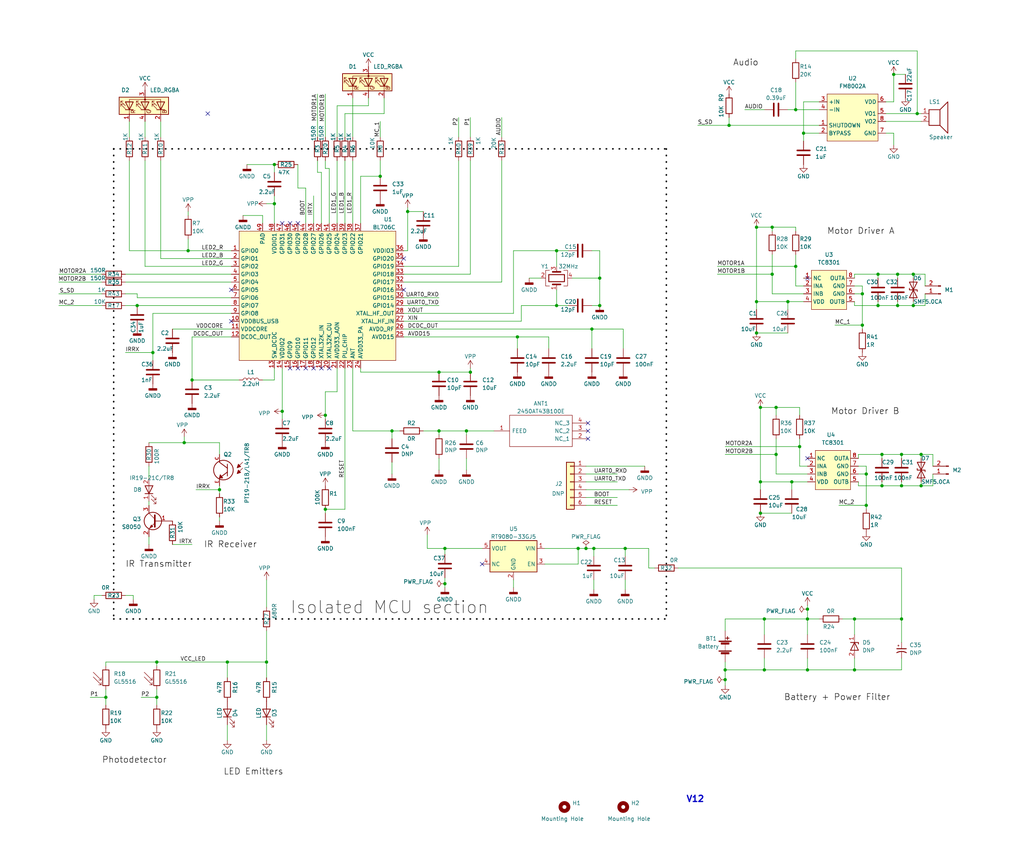
<source format=kicad_sch>
(kicad_sch (version 20230121) (generator eeschema)
  (paper "User" 331.8 279.4)
  (lib_symbols
    (symbol "1New_Library:2450AT43B100E" (pin_names (offset 0.762))
      (property "Reference" "ANT" (at 26.67 15.24 0))
      (property "Value" "2450AT43B100E" (at 26.67 12.7 0))
      (symbol "2450AT43B100E_0_0"
        (pin passive line (at 30.48 0 180) (length 5.08) (name "FEED") (number "1"))
        (pin passive line (at 0 2.54 0) (length 5.08) (name "NC_1") (number "2"))
        (pin passive line (at 0 0 0) (length 5.08) (name "NC_2") (number "3"))
        (pin passive line (at 0 -2.54 0) (length 5.08) (name "NC_3") (number "4"))
      )
    )
    (symbol "BL702 Robot:8002B"
      (property "Reference" "U" (at 0 7.62 0))
      (property "Value" "8002B" (at 0 -11.43 0))
      (symbol "8002B_1_1"
        (pin passive line (at -10.16 -3.81 0) (length 2.54) (name "SHUTDOWN") (number "1"))
        (pin passive line (at -10.16 -6.35 0) (length 2.54) (name "BYPASS") (number "2"))
        (pin passive line (at -10.16 3.81 0) (length 2.54) (name "+IN") (number "3"))
        (pin passive line (at -10.16 1.27 0) (length 2.54) (name "-IN") (number "4"))
        (pin passive line (at 11.43 0 180) (length 2.54) (name "VO1") (number "5"))
        (pin passive line (at 11.43 3.81 180) (length 2.54) (name "VDD") (number "6"))
        (pin passive line (at 11.43 -6.35 180) (length 2.54) (name "GND") (number "7"))
        (pin passive line (at 11.43 -2.54 180) (length 2.54) (name "VO2") (number "8"))
      )
    )
    (symbol "BL706 Robot:TC8301"
      (property "Reference" "U" (at 0 6.35 0))
      (property "Value" "TC8301" (at 0 -8.89 0))
      (symbol "TC8301_1_1"
        (pin passive line (at -7.62 2.54 0) (length 2.54) (name "NC") (number "1"))
        (pin passive line (at -7.62 0 0) (length 2.54) (name "INA") (number "2"))
        (pin passive line (at -7.62 -2.54 0) (length 2.54) (name "INB") (number "3"))
        (pin passive line (at -7.62 -5.08 0) (length 2.54) (name "VDD") (number "4"))
        (pin passive line (at 8.89 -5.08 180) (length 2.54) (name "OUTB") (number "5"))
        (pin passive line (at 8.89 -2.54 180) (length 2.54) (name "GND") (number "6"))
        (pin passive line (at 8.89 0 180) (length 2.54) (name "GND") (number "7"))
        (pin passive line (at 8.89 2.54 180) (length 2.54) (name "OUTA") (number "8"))
      )
    )
    (symbol "BL706_Ethernet:BL706C"
      (property "Reference" "U1" (at 24.13 22.86 0))
      (property "Value" "BL706C" (at 22.86 20.32 0))
      (symbol "BL706C_1_1"
        (pin passive line (at -26.67 12.7 0) (length 2.54) (name "GPIO0") (number "1"))
        (pin passive line (at -26.67 -10.16 0) (length 2.54) (name "VDDBUS_USB") (number "10"))
        (pin passive line (at -26.67 -12.7 0) (length 2.54) (name "VDDCORE") (number "11"))
        (pin passive line (at -26.67 -15.24 0) (length 2.54) (name "DCDC_OUT") (number "12"))
        (pin passive line (at -12.7 -25.4 90) (length 2.54) (name "SW_DCDC") (number "13"))
        (pin passive line (at -10.16 -25.4 90) (length 2.54) (name "VDDIO2") (number "14"))
        (pin passive line (at -7.62 -25.4 90) (length 2.54) (name "GPIO9") (number "15"))
        (pin passive line (at -5.08 -25.4 90) (length 2.54) (name "GPIO10") (number "16"))
        (pin passive line (at -2.54 -25.4 90) (length 2.54) (name "GPIO11") (number "17"))
        (pin passive line (at 0 -25.4 90) (length 2.54) (name "GPIO12") (number "18"))
        (pin passive line (at 2.54 -25.4 90) (length 2.54) (name "XTAL32K_IN") (number "19"))
        (pin passive line (at -26.67 10.16 0) (length 2.54) (name "GPIO1") (number "2"))
        (pin passive line (at 5.08 -25.4 90) (length 2.54) (name "XTAL32K_OU") (number "20"))
        (pin passive line (at 7.62 -25.4 90) (length 2.54) (name "AVDD33_AON") (number "21"))
        (pin passive line (at 10.16 -25.4 90) (length 2.54) (name "PU_CHIP") (number "22"))
        (pin passive line (at 12.7 -25.4 90) (length 2.54) (name "ANT") (number "23"))
        (pin passive line (at 15.24 -25.4 90) (length 2.54) (name "AVDD33_PA") (number "24"))
        (pin passive line (at 29.21 -15.24 180) (length 2.54) (name "AVDD15") (number "25"))
        (pin passive line (at 29.21 -12.7 180) (length 2.54) (name "AVDD_RF") (number "26"))
        (pin passive line (at 29.21 -10.16 180) (length 2.54) (name "XTAL_HF_IN") (number "27"))
        (pin passive line (at 29.21 -7.62 180) (length 2.54) (name "XTAL_HF_OUT") (number "28"))
        (pin passive line (at 29.21 -5.08 180) (length 2.54) (name "GPIO14") (number "29"))
        (pin passive line (at -26.67 7.62 0) (length 2.54) (name "GPIO2") (number "3"))
        (pin passive line (at 29.21 -2.54 180) (length 2.54) (name "GPIO15") (number "30"))
        (pin passive line (at 29.21 0 180) (length 2.54) (name "GPIO16") (number "31"))
        (pin passive line (at 29.21 2.54 180) (length 2.54) (name "GPIO17") (number "32"))
        (pin passive line (at 29.21 5.08 180) (length 2.54) (name "GPIO18") (number "33"))
        (pin passive line (at 29.21 7.62 180) (length 2.54) (name "GPIO19") (number "34"))
        (pin passive line (at 29.21 10.16 180) (length 2.54) (name "GPIO20") (number "35"))
        (pin passive line (at 29.21 12.7 180) (length 2.54) (name "VDDIO3") (number "36"))
        (pin passive line (at 15.24 21.59 270) (length 2.54) (name "GPIO21") (number "37"))
        (pin passive line (at 12.7 21.59 270) (length 2.54) (name "GPIO22") (number "38"))
        (pin passive line (at 10.16 21.59 270) (length 2.54) (name "GPIO23") (number "39"))
        (pin passive line (at -26.67 5.08 0) (length 2.54) (name "GPIO3") (number "4"))
        (pin passive line (at 7.62 21.59 270) (length 2.54) (name "GPIO24") (number "40"))
        (pin passive line (at 5.08 21.59 270) (length 2.54) (name "GPIO25") (number "41"))
        (pin passive line (at 2.54 21.59 270) (length 2.54) (name "GPIO26") (number "42"))
        (pin passive line (at 0 21.59 270) (length 2.54) (name "GPIO27") (number "43"))
        (pin passive line (at -2.54 21.59 270) (length 2.54) (name "GPIO28") (number "44"))
        (pin passive line (at -5.08 21.59 270) (length 2.54) (name "GPIO29") (number "45"))
        (pin passive line (at -7.62 21.59 270) (length 2.54) (name "GPIO30") (number "46"))
        (pin passive line (at -10.16 21.59 270) (length 2.54) (name "GPIO31") (number "47"))
        (pin passive line (at -12.7 21.59 270) (length 2.54) (name "VDDIO1") (number "48"))
        (pin passive line (at -16.51 21.59 270) (length 2.54) (name "PAD") (number "49"))
        (pin passive line (at -26.67 2.54 0) (length 2.54) (name "GPIO4") (number "5"))
        (pin passive line (at -26.67 0 0) (length 2.54) (name "GPIO5") (number "6"))
        (pin passive line (at -26.67 -2.54 0) (length 2.54) (name "GPIO6") (number "7"))
        (pin passive line (at -26.67 -5.08 0) (length 2.54) (name "GPIO7") (number "8"))
        (pin passive line (at -26.67 -7.62 0) (length 2.54) (name "GPIO8") (number "9"))
      )
    )
    (symbol "Connector:Conn_01x02_Male" (pin_names (offset 1.016) hide)
      (property "Reference" "J" (at 0 2.54 0))
      (property "Value" "Conn_01x02_Male" (at 0 -5.08 0))
      (symbol "Conn_01x02_Male_1_1"
        (pin passive line (at 5.08 0 180) (length 3.81) (name "Pin_1") (number "1"))
        (pin passive line (at 5.08 -2.54 180) (length 3.81) (name "Pin_2") (number "2"))
      )
    )
    (symbol "Connector_Generic:Conn_01x06" (pin_names (offset 1.016) hide)
      (property "Reference" "J" (at 0 7.62 0))
      (property "Value" "Conn_01x06" (at 0 -10.16 0))
      (symbol "Conn_01x06_1_1"
        (pin passive line (at -5.08 5.08 0) (length 3.81) (name "Pin_1") (number "1"))
        (pin passive line (at -5.08 2.54 0) (length 3.81) (name "Pin_2") (number "2"))
        (pin passive line (at -5.08 0 0) (length 3.81) (name "Pin_3") (number "3"))
        (pin passive line (at -5.08 -2.54 0) (length 3.81) (name "Pin_4") (number "4"))
        (pin passive line (at -5.08 -5.08 0) (length 3.81) (name "Pin_5") (number "5"))
        (pin passive line (at -5.08 -7.62 0) (length 3.81) (name "Pin_6") (number "6"))
      )
    )
    (symbol "Device:Battery" (pin_numbers hide) (pin_names (offset 0) hide)
      (property "Reference" "BT" (at 2.54 2.54 0))
      (property "Value" "Battery" (at 2.54 0 0))
      (symbol "Battery_1_1"
        (pin passive line (at 0 5.08 270) (length 2.54) (name "+") (number "1"))
        (pin passive line (at 0 -5.08 90) (length 2.54) (name "-") (number "2"))
      )
    )
    (symbol "Device:C" (pin_numbers hide) (pin_names (offset 0.254))
      (property "Reference" "C" (at 0.635 2.54 0))
      (property "Value" "C" (at 0.635 -2.54 0))
      (symbol "C_1_1"
        (pin passive line (at 0 3.81 270) (length 2.794) (name "~") (number "1"))
        (pin passive line (at 0 -3.81 90) (length 2.794) (name "~") (number "2"))
      )
    )
    (symbol "Device:C_Polarized_Small_US" (pin_numbers hide) (pin_names (offset 0.254) hide)
      (property "Reference" "C" (at 0.254 1.778 0))
      (property "Value" "C_Polarized_Small_US" (at 0.254 -2.032 0))
      (symbol "C_Polarized_Small_US_1_1"
        (pin passive line (at 0 2.54 270) (length 2.032) (name "~") (number "1"))
        (pin passive line (at 0 -2.54 90) (length 2.032) (name "~") (number "2"))
      )
    )
    (symbol "Device:Crystal_GND24" (pin_names (offset 1.016) hide)
      (property "Reference" "Y" (at 3.175 5.08 0))
      (property "Value" "Crystal_GND24" (at 3.175 3.175 0))
      (symbol "Crystal_GND24_1_1"
        (pin passive line (at -3.81 0 0) (length 1.27) (name "1") (number "1"))
        (pin passive line (at 0 5.08 270) (length 1.27) (name "2") (number "2"))
        (pin passive line (at 3.81 0 180) (length 1.27) (name "3") (number "3"))
        (pin passive line (at 0 -5.08 90) (length 1.27) (name "4") (number "4"))
      )
    )
    (symbol "Device:D_TVS" (pin_numbers hide) (pin_names (offset 1.016) hide)
      (property "Reference" "D" (at 0 2.54 0))
      (property "Value" "D_TVS" (at 0 -2.54 0))
      (symbol "D_TVS_1_1"
        (pin passive line (at -3.81 0 0) (length 2.54) (name "A1") (number "1"))
        (pin passive line (at 3.81 0 180) (length 2.54) (name "A2") (number "2"))
      )
    )
    (symbol "Device:D_Zener" (pin_names (offset 1.016) hide)
      (property "Reference" "D" (at 0 2.54 0))
      (property "Value" "D_Zener" (at 0 -2.54 0))
      (symbol "D_Zener_1_1"
        (pin passive line (at -3.81 0 0) (length 2.54) (name "K") (number "1"))
        (pin passive line (at 3.81 0 180) (length 2.54) (name "A") (number "2"))
      )
    )
    (symbol "Device:L" (pin_numbers hide) (pin_names (offset 1.016) hide)
      (property "Reference" "L" (at -1.27 0 90))
      (property "Value" "L" (at 1.905 0 90))
      (symbol "L_1_1"
        (pin passive line (at 0 3.81 270) (length 1.27) (name "1") (number "1"))
        (pin passive line (at 0 -3.81 90) (length 1.27) (name "2") (number "2"))
      )
    )
    (symbol "Device:LED" (pin_numbers hide) (pin_names (offset 1.016) hide)
      (property "Reference" "D" (at 0 2.54 0))
      (property "Value" "LED" (at 0 -2.54 0))
      (symbol "LED_1_1"
        (pin passive line (at -3.81 0 0) (length 2.54) (name "K") (number "1"))
        (pin passive line (at 3.81 0 180) (length 2.54) (name "A") (number "2"))
      )
    )
    (symbol "Device:LED_RGBA" (pin_names (offset 0) hide)
      (property "Reference" "D1" (at 0 12.7 0))
      (property "Value" "LED_RGBA" (at 0 10.16 0))
      (symbol "LED_RGBA_0_0"
        (text "B" (at -1.905 -6.35 0) (effects (font (size 1.27 1.27))))
        (text "G" (at -1.905 -1.27 0) (effects (font (size 1.27 1.27))))
        (text "R" (at -1.905 3.81 0) (effects (font (size 1.27 1.27))))
      )
      (symbol "LED_RGBA_1_1"
        (pin passive line (at -5.08 5.08 0) (length 2.54) (name "RK") (number "1"))
        (pin passive line (at -5.08 -5.08 0) (length 2.54) (name "BK") (number "2"))
        (pin passive line (at 5.08 0 180) (length 2.54) (name "A") (number "3"))
        (pin passive line (at -5.08 0 0) (length 2.54) (name "GK") (number "4"))
      )
    )
    (symbol "Device:Q_NPN_BEC" (pin_names (offset 0) hide)
      (property "Reference" "Q" (at 5.08 1.27 0))
      (property "Value" "Q_NPN_BEC" (at 5.08 -1.27 0))
      (symbol "Q_NPN_BEC_1_1"
        (pin input line (at -5.08 0 0) (length 5.715) (name "B") (number "1"))
        (pin passive line (at 2.54 -5.08 90) (length 2.54) (name "E") (number "2"))
        (pin passive line (at 2.54 5.08 270) (length 2.54) (name "C") (number "3"))
      )
    )
    (symbol "Device:R" (pin_numbers hide) (pin_names (offset 0))
      (property "Reference" "R" (at 2.032 0 90))
      (property "Value" "R" (at 0 0 90))
      (symbol "R_1_1"
        (pin passive line (at 0 3.81 270) (length 1.27) (name "~") (number "1"))
        (pin passive line (at 0 -3.81 90) (length 1.27) (name "~") (number "2"))
      )
    )
    (symbol "Device:Speaker" (pin_names (offset 0) hide)
      (property "Reference" "LS" (at 1.27 5.715 0))
      (property "Value" "Speaker" (at 1.27 3.81 0))
      (symbol "Speaker_1_1"
        (pin input line (at -5.08 0 0) (length 2.54) (name "1") (number "1"))
        (pin input line (at -5.08 -2.54 0) (length 2.54) (name "2") (number "2"))
      )
    )
    (symbol "HD_Library:RT9080-33GJ5"
      (property "Reference" "U5" (at 0 8.89 0))
      (property "Value" "RT9080-33GJ5" (at 0 6.35 0))
      (symbol "RT9080-33GJ5_1_1"
        (pin power_in line (at -10.16 2.54 0) (length 2.54) (name "VIN") (number "1"))
        (pin power_in line (at 0 -7.62 90) (length 2.54) (name "GND") (number "2"))
        (pin input line (at -10.16 -2.54 0) (length 2.54) (name "EN") (number "3"))
        (pin open_collector line (at 10.16 -2.54 180) (length 2.54) (name "NC") (number "4"))
        (pin power_out line (at 10.16 2.54 180) (length 2.54) (name "VOUT") (number "5"))
      )
    )
    (symbol "LED:IR26-21C_L110_TR8" (pin_names (offset 1.016) hide)
      (property "Reference" "D" (at 0 2.54 0))
      (property "Value" "IR26-21C_L110_TR8" (at 0 -3.81 0))
      (symbol "IR26-21C_L110_TR8_1_1"
        (pin passive line (at -3.81 0 0) (length 2.54) (name "K") (number "1"))
        (pin passive line (at 3.81 0 180) (length 2.54) (name "A") (number "2"))
      )
    )
    (symbol "Mechanical:MountingHole" (pin_names (offset 1.016))
      (property "Reference" "H" (at 0 5.08 0))
      (property "Value" "MountingHole" (at 0 3.175 0))
    )
    (symbol "PT19-21B_L41_TR8:PT19-21B{slash}L41{slash}TR8" (pin_names (offset 1.016))
      (property "Reference" "Q" (at -10.1556 5.0822 0))
      (property "Value" "PT19-21B{slash}L41{slash}TR8" (at -10.1508 -7.62 0))
      (symbol "PT19-21B{slash}L41{slash}TR8_0_0"
        (pin passive line (at 2.54 5.08 270) (length 2.54) (name "~") (number "C"))
        (pin passive line (at 2.54 -5.08 90) (length 2.54) (name "~") (number "E"))
      )
    )
    (symbol "Sensor_Optical:A9050" (pin_numbers hide) (pin_names (offset 0))
      (property "Reference" "R" (at -5.08 0 90))
      (property "Value" "A9050" (at 1.905 0 90))
      (symbol "A9050_1_1"
        (pin passive line (at 0 3.81 270) (length 1.27) (name "~") (number "1"))
        (pin passive line (at 0 -3.81 90) (length 1.27) (name "~") (number "2"))
      )
    )
    (symbol "power:GND" (power) (pin_names (offset 0))
      (property "Value" "GND" (at 0 -3.81 0))
      (symbol "GND_1_1"
        (pin power_in line (at 0 0 270) (length 0) hide (name "GND") (number "1"))
      )
    )
    (symbol "power:GNDD" (power) (pin_names (offset 0))
      (property "Value" "GNDD" (at 0 -3.175 0))
      (symbol "GNDD_1_1"
        (pin power_in line (at 0 0 270) (length 0) hide (name "GNDD") (number "1"))
      )
    )
    (symbol "power:PWR_FLAG" (power) (pin_numbers hide) (pin_names (offset 0) hide)
      (property "Value" "PWR_FLAG" (at 0 3.81 0))
      (symbol "PWR_FLAG_0_0"
        (pin power_out line (at 0 0 90) (length 0) (name "pwr") (number "1"))
      )
    )
    (symbol "power:VCC" (power) (pin_names (offset 0))
      (property "Value" "VCC" (at 0 3.81 0))
      (symbol "VCC_1_1"
        (pin power_in line (at 0 0 90) (length 0) hide (name "VCC") (number "1"))
      )
    )
    (symbol "power:VPP" (power) (pin_names (offset 0))
      (property "Value" "VPP" (at 0 3.81 0))
      (symbol "VPP_1_1"
        (pin power_in line (at 0 0 90) (length 0) hide (name "VPP") (number "1"))
      )
    )
  )
  (junction (at 292.1 157.48))
  (junction (at 132.08 68.58))
  (junction (at 257.81 86.36))
  (junction (at 152.4 120.65))
  (junction (at 276.86 200.66))
  (junction (at 34.29 226.06))
  (junction (at 256.54 156.21))
  (junction (at 88.9 53.34))
  (junction (at 246.38 166.37))
  (junction (at 251.46 147.32))
  (junction (at 290.83 88.9))
  (junction (at 279.4 95.25))
  (junction (at 105.41 165.1))
  (junction (at 297.18 36.83))
  (junction (at 247.65 217.17))
  (junction (at 260.35 43.18))
  (junction (at 62.23 123.19))
  (junction (at 250.19 73.66))
  (junction (at 105.41 134.62))
  (junction (at 245.11 107.95))
  (junction (at 289.56 24.13))
  (junction (at 91.44 133.35))
  (junction (at 246.38 132.08))
  (junction (at 261.62 217.17))
  (junction (at 194.31 99.06))
  (junction (at 88.9 66.04))
  (junction (at 245.11 97.79))
  (junction (at 261.62 200.66))
  (junction (at 49.53 114.3))
  (junction (at 279.4 105.41))
  (junction (at 234.95 217.17))
  (junction (at 236.22 40.64))
  (junction (at 144.145 177.8))
  (junction (at 86.36 214.63))
  (junction (at 295.91 88.9))
  (junction (at 245.11 73.66))
  (junction (at 285.75 157.48))
  (junction (at 151.13 139.7))
  (junction (at 142.24 120.65))
  (junction (at 191.77 106.68))
  (junction (at 234.95 220.345))
  (junction (at 251.46 132.08))
  (junction (at 259.08 144.78))
  (junction (at 71.12 158.75))
  (junction (at 73.66 214.63))
  (junction (at 59.69 143.51))
  (junction (at 295.91 99.06))
  (junction (at 246.38 156.21))
  (junction (at 180.34 81.28))
  (junction (at 44.45 99.06))
  (junction (at 292.1 200.66))
  (junction (at 247.65 200.66))
  (junction (at 280.67 153.67))
  (junction (at 202.565 177.8))
  (junction (at 167.64 109.22))
  (junction (at 255.27 97.79))
  (junction (at 292.1 147.32))
  (junction (at 285.75 147.32))
  (junction (at 142.24 139.7))
  (junction (at 60.96 81.28))
  (junction (at 290.83 99.06))
  (junction (at 298.45 147.32))
  (junction (at 284.48 99.06))
  (junction (at 192.405 177.8))
  (junction (at 250.19 88.9))
  (junction (at 189.865 177.8))
  (junction (at 50.8 214.63))
  (junction (at 280.67 163.83))
  (junction (at 127 139.7))
  (junction (at 257.81 35.56))
  (junction (at 187.325 177.8))
  (junction (at 144.145 189.23))
  (junction (at 123.19 57.15))
  (junction (at 50.8 226.06))
  (junction (at 276.86 217.17))
  (junction (at 180.34 99.06))
  (junction (at 194.31 90.17))
  (junction (at 284.48 88.9))
  (junction (at 298.45 157.48))
  (junction (at 261.62 197.485))
  (no_connect (at 93.98 119.38))
  (no_connect (at 99.06 119.38))
  (no_connect (at 93.98 72.39))
  (no_connect (at 96.52 72.39))
  (no_connect (at 156.21 182.88))
  (no_connect (at 67.31 36.83))
  (no_connect (at 104.14 119.38))
  (no_connect (at 130.81 93.98))
  (no_connect (at 130.81 83.82))
  (no_connect (at 190.5 137.16))
  (no_connect (at 106.68 119.38))
  (no_connect (at 101.6 119.38))
  (no_connect (at 190.5 142.24))
  (no_connect (at 91.44 72.39))
  (no_connect (at 261.62 148.59))
  (no_connect (at 96.52 119.38))
  (no_connect (at 190.5 139.7))
  (no_connect (at 97.79 -105.41))
  (no_connect (at 74.93 93.98))
  (no_connect (at 261.62 90.17))
  (no_connect (at 74.93 104.14))
  (wire (pts (xy 292.1 213.36) (xy 292.1 217.17)))
  (wire (pts (xy 276.86 95.25) (xy 279.4 95.25)))
  (wire (pts (xy 111.76 119.38) (xy 111.76 165.1)))
  (wire (pts (xy 34.29 226.06) (xy 34.29 223.52)))
  (wire (pts (xy 276.86 99.06) (xy 276.86 97.79)))
  (wire (pts (xy 177.8 109.22) (xy 177.8 113.03)))
  (wire (pts (xy 46.99 86.36) (xy 74.93 86.36)))
  (wire (pts (xy 105.41 54.61) (xy 106.68 54.61)))
  (wire (pts (xy 255.27 35.56) (xy 257.81 35.56)))
  (wire (pts (xy 279.4 92.71) (xy 279.4 95.25)))
  (wire (pts (xy 257.81 35.56) (xy 265.43 35.56)))
  (wire (pts (xy 185.42 90.17) (xy 194.31 90.17)))
  (wire (pts (xy 55.88 106.68) (xy 74.93 106.68)))
  (wire (pts (xy 234.95 217.17) (xy 247.65 217.17)))
  (wire (pts (xy 49.53 101.6) (xy 74.93 101.6)))
  (wire (pts (xy 184.15 99.06) (xy 180.34 99.06)))
  (wire (pts (xy 276.86 200.66) (xy 276.86 205.74)))
  (wire (pts (xy 46.99 44.45) (xy 46.99 39.37)))
  (wire (pts (xy 284.48 99.06) (xy 290.83 99.06)))
  (wire (pts (xy 96.52 53.34) (xy 96.52 60.96)))
  (wire (pts (xy 168.91 99.06) (xy 180.34 99.06)))
  (wire (pts (xy 88.9 63.5) (xy 88.9 66.04)))
  (wire (pts (xy 50.8 214.63) (xy 34.29 214.63)))
  (wire (pts (xy 116.84 57.15) (xy 116.84 72.39)))
  (wire (pts (xy 105.41 134.62) (xy 105.41 135.89)))
  (wire (pts (xy 234.95 147.32) (xy 251.46 147.32)))
  (wire (pts (xy 176.53 177.8) (xy 187.325 177.8)))
  (wire (pts (xy 19.05 88.9) (xy 33.02 88.9)))
  (wire (pts (xy 85.09 72.39) (xy 85.09 69.85)))
  (wire (pts (xy 138.43 173.355) (xy 138.43 177.8)))
  (wire (pts (xy 162.56 52.07) (xy 162.56 91.44)))
  (wire (pts (xy 60.96 68.58) (xy 60.96 69.85)))
  (wire (pts (xy 104.14 55.88) (xy 104.14 72.39)))
  (wire (pts (xy 257.81 26.67) (xy 257.81 35.56)))
  (wire (pts (xy 114.3 31.75) (xy 114.3 44.45)))
  (wire (pts (xy 130.81 88.9) (xy 152.4 88.9)))
  (wire (pts (xy 151.13 139.7) (xy 151.13 140.97)))
  (wire (pts (xy 292.1 157.48) (xy 292.1 156.21)))
  (wire (pts (xy 19.05 99.06) (xy 33.02 99.06)))
  (wire (pts (xy 287.02 36.83) (xy 297.18 36.83)))
  (wire (pts (xy 246.38 166.37) (xy 256.54 166.37)))
  (wire (pts (xy 105.41 127) (xy 105.41 134.62)))
  (wire (pts (xy 102.87 30.48) (xy 102.87 44.45)))
  (wire (pts (xy 261.62 197.485) (xy 261.62 200.66)))
  (polyline (pts (xy 36.83 48.26) (xy 36.83 200.66)) (stroke (width 0.5) (type dot) (color 0 0 0 1)))
  (wire (pts (xy 46.99 52.07) (xy 46.99 86.36)))
  (wire (pts (xy 40.64 95.25) (xy 44.45 95.25)))
  (wire (pts (xy 71.12 158.75) (xy 71.12 157.48)))
  (wire (pts (xy 202.565 177.8) (xy 202.565 180.34)))
  (wire (pts (xy 285.75 147.32) (xy 285.75 148.59)))
  (wire (pts (xy 279.4 105.41) (xy 279.4 106.68)))
  (wire (pts (xy 257.81 92.71) (xy 260.35 92.71)))
  (wire (pts (xy 105.41 52.07) (xy 105.41 54.61)))
  (wire (pts (xy 105.41 127) (xy 109.22 127)))
  (wire (pts (xy 130.81 96.52) (xy 142.24 96.52)))
  (wire (pts (xy 62.23 109.22) (xy 74.93 109.22)))
  (wire (pts (xy 50.8 214.63) (xy 73.66 214.63)))
  (wire (pts (xy 127 142.24) (xy 127 139.7)))
  (wire (pts (xy 127 139.7) (xy 129.54 139.7)))
  (wire (pts (xy 289.56 24.13) (xy 293.37 24.13)))
  (wire (pts (xy 189.865 161.29) (xy 200.025 161.29)))
  (wire (pts (xy 210.185 184.15) (xy 212.09 184.15)))
  (wire (pts (xy 101.6 63.5) (xy 101.6 72.39)))
  (wire (pts (xy 280.67 163.83) (xy 280.67 165.1)))
  (wire (pts (xy 261.62 90.17) (xy 260.35 90.17)))
  (wire (pts (xy 80.01 53.34) (xy 88.9 53.34)))
  (wire (pts (xy 259.08 142.24) (xy 259.08 144.78)))
  (wire (pts (xy 86.36 204.47) (xy 86.36 214.63)))
  (wire (pts (xy 191.77 106.68) (xy 191.77 113.03)))
  (wire (pts (xy 295.91 99.06) (xy 299.72 99.06)))
  (wire (pts (xy 180.34 81.28) (xy 180.34 86.36)))
  (wire (pts (xy 285.75 157.48) (xy 285.75 156.21)))
  (wire (pts (xy 261.62 200.66) (xy 261.62 205.74)))
  (wire (pts (xy 284.48 99.06) (xy 284.48 97.79)))
  (wire (pts (xy 91.44 119.38) (xy 91.44 133.35)))
  (wire (pts (xy 44.45 99.06) (xy 74.93 99.06)))
  (wire (pts (xy 189.865 163.83) (xy 200.025 163.83)))
  (wire (pts (xy 192.405 177.8) (xy 202.565 177.8)))
  (wire (pts (xy 55.88 176.53) (xy 62.23 176.53)))
  (wire (pts (xy 287.02 33.02) (xy 289.56 33.02)))
  (polyline (pts (xy 215.9 48.26) (xy 215.9 200.66)) (stroke (width 0.5) (type dot) (color 0 0 0 1)))
  (wire (pts (xy 247.65 213.36) (xy 247.65 217.17)))
  (wire (pts (xy 30.48 193.04) (xy 33.02 193.04)))
  (wire (pts (xy 280.67 153.67) (xy 280.67 163.83)))
  (wire (pts (xy 189.865 151.13) (xy 208.915 151.13)))
  (wire (pts (xy 192.405 187.96) (xy 192.405 191.135)))
  (wire (pts (xy 241.3 35.56) (xy 247.65 35.56)))
  (wire (pts (xy 114.3 139.7) (xy 114.3 119.38)))
  (wire (pts (xy 278.13 153.67) (xy 280.67 153.67)))
  (wire (pts (xy 302.26 151.13) (xy 302.26 147.32)))
  (wire (pts (xy 59.69 143.51) (xy 71.12 143.51)))
  (wire (pts (xy 295.91 88.9) (xy 299.72 88.9)))
  (wire (pts (xy 285.75 147.32) (xy 292.1 147.32)))
  (wire (pts (xy 52.07 44.45) (xy 52.07 39.37)))
  (wire (pts (xy 138.43 177.8) (xy 144.145 177.8)))
  (wire (pts (xy 234.95 214.63) (xy 234.95 217.17)))
  (wire (pts (xy 85.09 69.85) (xy 78.74 69.85)))
  (wire (pts (xy 219.71 184.15) (xy 292.1 184.15)))
  (wire (pts (xy 236.22 40.64) (xy 265.43 40.64)))
  (wire (pts (xy 279.4 95.25) (xy 279.4 105.41)))
  (wire (pts (xy 114.3 139.7) (xy 127 139.7)))
  (wire (pts (xy 257.81 16.51) (xy 257.81 19.05)))
  (wire (pts (xy 45.72 226.06) (xy 50.8 226.06)))
  (wire (pts (xy 63.5 158.75) (xy 71.12 158.75)))
  (wire (pts (xy 226.06 40.64) (xy 236.22 40.64)))
  (wire (pts (xy 278.13 157.48) (xy 285.75 157.48)))
  (wire (pts (xy 290.83 99.06) (xy 295.91 99.06)))
  (wire (pts (xy 162.56 38.1) (xy 162.56 44.45)))
  (wire (pts (xy 49.53 116.84) (xy 49.53 114.3)))
  (wire (pts (xy 48.26 151.13) (xy 48.26 154.94)))
  (wire (pts (xy 105.41 165.1) (xy 105.41 166.37)))
  (wire (pts (xy 276.86 92.71) (xy 279.4 92.71)))
  (wire (pts (xy 40.64 114.3) (xy 49.53 114.3)))
  (wire (pts (xy 292.1 200.66) (xy 292.1 208.28)))
  (wire (pts (xy 247.65 217.17) (xy 261.62 217.17)))
  (wire (pts (xy 189.865 153.67) (xy 200.025 153.67)))
  (wire (pts (xy 130.81 106.68) (xy 191.77 106.68)))
  (wire (pts (xy 245.11 107.95) (xy 255.27 107.95)))
  (wire (pts (xy 302.26 153.67) (xy 302.26 157.48)))
  (wire (pts (xy 130.81 81.28) (xy 132.08 81.28)))
  (wire (pts (xy 189.865 156.21) (xy 200.025 156.21)))
  (wire (pts (xy 236.22 38.1) (xy 236.22 40.64)))
  (wire (pts (xy 245.11 97.79) (xy 245.11 73.66)))
  (wire (pts (xy 202.565 187.96) (xy 202.565 191.135)))
  (wire (pts (xy 144.145 177.8) (xy 156.21 177.8)))
  (wire (pts (xy 60.96 81.28) (xy 74.93 81.28)))
  (wire (pts (xy 292.1 184.15) (xy 292.1 200.66)))
  (wire (pts (xy 71.12 168.91) (xy 71.12 167.64)))
  (wire (pts (xy 130.81 99.06) (xy 142.24 99.06)))
  (wire (pts (xy 130.81 109.22) (xy 167.64 109.22)))
  (wire (pts (xy 290.83 88.9) (xy 290.83 90.17)))
  (wire (pts (xy 111.76 36.83) (xy 111.76 44.45)))
  (wire (pts (xy 123.19 57.15) (xy 116.84 57.15)))
  (wire (pts (xy 276.86 88.9) (xy 284.48 88.9)))
  (wire (pts (xy 292.1 147.32) (xy 292.1 148.59)))
  (wire (pts (xy 71.12 143.51) (xy 71.12 147.32)))
  (wire (pts (xy 292.1 217.17) (xy 276.86 217.17)))
  (wire (pts (xy 60.96 77.47) (xy 60.96 81.28)))
  (wire (pts (xy 247.65 200.66) (xy 261.62 200.66)))
  (wire (pts (xy 256.54 156.21) (xy 256.54 158.75)))
  (wire (pts (xy 88.9 123.19) (xy 85.09 123.19)))
  (wire (pts (xy 99.06 60.96) (xy 99.06 72.39)))
  (wire (pts (xy 290.83 99.06) (xy 290.83 97.79)))
  (wire (pts (xy 167.64 109.22) (xy 177.8 109.22)))
  (wire (pts (xy 278.13 157.48) (xy 278.13 156.21)))
  (wire (pts (xy 124.46 36.83) (xy 111.76 36.83)))
  (wire (pts (xy 48.26 162.56) (xy 48.26 163.83)))
  (wire (pts (xy 261.62 200.66) (xy 265.43 200.66)))
  (wire (pts (xy 19.05 95.25) (xy 33.02 95.25)))
  (wire (pts (xy 29.21 226.06) (xy 34.29 226.06)))
  (wire (pts (xy 148.59 38.1) (xy 148.59 44.45)))
  (wire (pts (xy 284.48 88.9) (xy 284.48 90.17)))
  (wire (pts (xy 73.66 219.71) (xy 73.66 214.63)))
  (wire (pts (xy 250.19 95.25) (xy 250.19 88.9)))
  (wire (pts (xy 284.48 88.9) (xy 290.83 88.9)))
  (polyline (pts (xy 36.83 48.26) (xy 215.9 48.26)) (stroke (width 0.5) (type dot) (color 0 0 0 1)))
  (wire (pts (xy 287.02 43.18) (xy 289.56 43.18)))
  (wire (pts (xy 276.86 99.06) (xy 284.48 99.06)))
  (wire (pts (xy 201.93 106.68) (xy 201.93 113.03)))
  (wire (pts (xy 247.65 200.66) (xy 247.65 205.74)))
  (wire (pts (xy 271.78 163.83) (xy 280.67 163.83)))
  (wire (pts (xy 106.68 54.61) (xy 106.68 72.39)))
  (wire (pts (xy 298.45 147.32) (xy 302.26 147.32)))
  (wire (pts (xy 255.27 97.79) (xy 255.27 100.33)))
  (wire (pts (xy 257.81 82.55) (xy 257.81 86.36)))
  (wire (pts (xy 86.36 214.63) (xy 86.36 219.71)))
  (wire (pts (xy 44.45 96.52) (xy 74.93 96.52)))
  (wire (pts (xy 40.64 88.9) (xy 74.93 88.9)))
  (wire (pts (xy 167.64 109.22) (xy 167.64 113.03)))
  (wire (pts (xy 259.08 151.13) (xy 261.62 151.13)))
  (wire (pts (xy 43.18 194.31) (xy 43.18 193.04)))
  (wire (pts (xy 43.18 193.04) (xy 40.64 193.04)))
  (wire (pts (xy 52.07 52.07) (xy 52.07 83.82)))
  (wire (pts (xy 270.51 105.41) (xy 279.4 105.41)))
  (wire (pts (xy 144.145 187.325) (xy 144.145 189.23)))
  (wire (pts (xy 187.325 177.8) (xy 187.325 182.88)))
  (wire (pts (xy 105.41 30.48) (xy 105.41 44.45)))
  (wire (pts (xy 276.86 213.36) (xy 276.86 217.17)))
  (wire (pts (xy 202.565 177.8) (xy 210.185 177.8)))
  (wire (pts (xy 52.07 83.82) (xy 74.93 83.82)))
  (wire (pts (xy 250.19 73.66) (xy 257.81 73.66)))
  (wire (pts (xy 285.75 157.48) (xy 292.1 157.48)))
  (wire (pts (xy 250.19 95.25) (xy 260.35 95.25)))
  (wire (pts (xy 102.87 52.07) (xy 102.87 55.88)))
  (wire (pts (xy 194.31 81.28) (xy 194.31 90.17)))
  (wire (pts (xy 187.325 177.8) (xy 189.865 177.8)))
  (wire (pts (xy 152.4 52.07) (xy 152.4 88.9)))
  (wire (pts (xy 123.19 52.07) (xy 123.19 57.15)))
  (wire (pts (xy 30.48 194.31) (xy 30.48 193.04)))
  (wire (pts (xy 88.9 119.38) (xy 88.9 123.19)))
  (wire (pts (xy 246.38 158.75) (xy 246.38 156.21)))
  (wire (pts (xy 297.18 36.83) (xy 298.45 36.83)))
  (wire (pts (xy 191.77 99.06) (xy 194.31 99.06)))
  (wire (pts (xy 292.1 147.32) (xy 298.45 147.32)))
  (wire (pts (xy 260.35 43.18) (xy 260.35 45.72)))
  (wire (pts (xy 41.91 81.28) (xy 60.96 81.28)))
  (wire (pts (xy 290.83 88.9) (xy 295.91 88.9)))
  (wire (pts (xy 151.13 139.7) (xy 160.02 139.7)))
  (wire (pts (xy 298.45 156.21) (xy 298.45 157.48)))
  (wire (pts (xy 259.08 144.78) (xy 259.08 151.13)))
  (wire (pts (xy 40.64 99.06) (xy 44.45 99.06)))
  (wire (pts (xy 295.91 97.79) (xy 295.91 99.06)))
  (wire (pts (xy 276.86 217.17) (xy 261.62 217.17)))
  (wire (pts (xy 130.81 91.44) (xy 162.56 91.44)))
  (wire (pts (xy 49.53 114.3) (xy 49.53 101.6)))
  (wire (pts (xy 59.69 141.605) (xy 59.69 143.51)))
  (wire (pts (xy 257.81 74.93) (xy 257.81 73.66)))
  (wire (pts (xy 132.08 68.58) (xy 132.08 81.28)))
  (wire (pts (xy 298.45 147.32) (xy 298.45 148.59)))
  (wire (pts (xy 116.84 120.65) (xy 116.84 119.38)))
  (wire (pts (xy 299.72 99.06) (xy 299.72 95.25)))
  (wire (pts (xy 73.66 214.63) (xy 86.36 214.63)))
  (wire (pts (xy 41.91 44.45) (xy 41.91 39.37)))
  (wire (pts (xy 292.1 157.48) (xy 298.45 157.48)))
  (wire (pts (xy 257.81 86.36) (xy 257.81 92.71)))
  (wire (pts (xy 142.24 152.4) (xy 142.24 148.59)))
  (wire (pts (xy 34.29 228.6) (xy 34.29 226.06)))
  (wire (pts (xy 166.37 187.96) (xy 166.37 190.5)))
  (wire (pts (xy 246.38 132.08) (xy 251.46 132.08)))
  (wire (pts (xy 132.08 68.58) (xy 137.16 68.58)))
  (wire (pts (xy 299.72 88.9) (xy 299.72 92.71)))
  (wire (pts (xy 88.9 53.34) (xy 88.9 55.88)))
  (wire (pts (xy 152.4 119.38) (xy 152.4 120.65)))
  (wire (pts (xy 276.86 88.9) (xy 276.86 90.17)))
  (wire (pts (xy 50.8 228.6) (xy 50.8 226.06)))
  (wire (pts (xy 71.12 160.02) (xy 71.12 158.75)))
  (wire (pts (xy 111.76 52.07) (xy 111.76 72.39)))
  (wire (pts (xy 142.24 139.7) (xy 151.13 139.7)))
  (wire (pts (xy 189.865 177.8) (xy 192.405 177.8)))
  (wire (pts (xy 289.56 43.18) (xy 289.56 46.99)))
  (wire (pts (xy 102.87 55.88) (xy 104.14 55.88)))
  (wire (pts (xy 180.34 93.98) (xy 180.34 99.06)))
  (wire (pts (xy 142.24 120.65) (xy 152.4 120.65)))
  (wire (pts (xy 124.46 31.75) (xy 124.46 36.83)))
  (wire (pts (xy 168.91 99.06) (xy 168.91 104.14)))
  (wire (pts (xy 251.46 132.08) (xy 251.46 134.62)))
  (wire (pts (xy 259.08 132.08) (xy 259.08 134.62)))
  (wire (pts (xy 232.41 86.36) (xy 257.81 86.36)))
  (wire (pts (xy 297.18 16.51) (xy 257.81 16.51)))
  (wire (pts (xy 105.41 165.1) (xy 111.76 165.1)))
  (wire (pts (xy 245.11 97.79) (xy 255.27 97.79)))
  (wire (pts (xy 119.38 31.75) (xy 119.38 34.29)))
  (wire (pts (xy 234.95 222.25) (xy 234.95 220.345)))
  (wire (pts (xy 62.23 109.22) (xy 62.23 123.19)))
  (wire (pts (xy 287.02 39.37) (xy 298.45 39.37)))
  (wire (pts (xy 40.64 91.44) (xy 74.93 91.44)))
  (wire (pts (xy 166.37 101.6) (xy 166.37 81.28)))
  (wire (pts (xy 86.36 66.04) (xy 88.9 66.04)))
  (polyline (pts (xy 36.83 200.66) (xy 215.9 200.66)) (stroke (width 0.5) (type dot) (color 0 0 0 1)))
  (wire (pts (xy 62.23 123.19) (xy 77.47 123.19)))
  (wire (pts (xy 44.45 95.25) (xy 44.45 96.52)))
  (wire (pts (xy 251.46 142.24) (xy 251.46 147.32)))
  (wire (pts (xy 19.05 91.44) (xy 33.02 91.44)))
  (wire (pts (xy 203.835 158.75) (xy 189.865 158.75)))
  (wire (pts (xy 41.91 52.07) (xy 41.91 81.28)))
  (wire (pts (xy 245.11 73.66) (xy 250.19 73.66)))
  (wire (pts (xy 234.95 200.66) (xy 234.95 204.47)))
  (wire (pts (xy 261.62 217.17) (xy 261.62 213.36)))
  (wire (pts (xy 191.77 106.68) (xy 201.93 106.68)))
  (wire (pts (xy 276.86 200.66) (xy 292.1 200.66)))
  (wire (pts (xy 119.38 34.29) (xy 109.22 34.29)))
  (wire (pts (xy 278.13 147.32) (xy 278.13 148.59)))
  (wire (pts (xy 116.84 120.65) (xy 142.24 120.65)))
  (wire (pts (xy 250.19 82.55) (xy 250.19 88.9)))
  (wire (pts (xy 144.145 177.8) (xy 144.145 179.705)))
  (wire (pts (xy 175.26 90.17) (xy 171.45 90.17)))
  (wire (pts (xy 114.3 52.07) (xy 114.3 72.39)))
  (wire (pts (xy 130.81 101.6) (xy 166.37 101.6)))
  (wire (pts (xy 86.36 240.03) (xy 86.36 234.95)))
  (wire (pts (xy 142.24 139.7) (xy 142.24 140.97)))
  (wire (pts (xy 73.66 240.03) (xy 73.66 234.95)))
  (wire (pts (xy 297.18 36.83) (xy 297.18 16.51)))
  (wire (pts (xy 48.26 143.51) (xy 59.69 143.51)))
  (wire (pts (xy 256.54 156.21) (xy 261.62 156.21)))
  (wire (pts (xy 180.34 81.28) (xy 184.15 81.28)))
  (wire (pts (xy 96.52 60.96) (xy 99.06 60.96)))
  (wire (pts (xy 234.95 144.78) (xy 259.08 144.78)))
  (wire (pts (xy 151.13 148.59) (xy 151.13 152.4)))
  (wire (pts (xy 50.8 226.06) (xy 50.8 223.52)))
  (wire (pts (xy 265.43 33.02) (xy 260.35 33.02)))
  (wire (pts (xy 234.95 200.66) (xy 247.65 200.66)))
  (wire (pts (xy 109.22 34.29) (xy 109.22 44.45)))
  (wire (pts (xy 210.185 177.8) (xy 210.185 184.15)))
  (wire (pts (xy 245.11 100.33) (xy 245.11 97.79)))
  (wire (pts (xy 191.77 81.28) (xy 194.31 81.28)))
  (wire (pts (xy 278.13 147.32) (xy 285.75 147.32)))
  (wire (pts (xy 251.46 132.08) (xy 259.08 132.08)))
  (wire (pts (xy 192.405 177.8) (xy 192.405 180.34)))
  (wire (pts (xy 166.37 81.28) (xy 180.34 81.28)))
  (wire (pts (xy 260.35 43.18) (xy 265.43 43.18)))
  (wire (pts (xy 148.59 52.07) (xy 148.59 86.36)))
  (wire (pts (xy 132.08 67.31) (xy 132.08 68.58)))
  (wire (pts (xy 194.31 90.17) (xy 194.31 99.06)))
  (wire (pts (xy 123.19 39.37) (xy 123.19 44.45)))
  (wire (pts (xy 109.22 52.07) (xy 109.22 72.39)))
  (wire (pts (xy 234.95 220.345) (xy 234.95 217.17)))
  (wire (pts (xy 278.13 151.13) (xy 280.67 151.13)))
  (wire (pts (xy 50.8 215.9) (xy 50.8 214.63)))
  (wire (pts (xy 280.67 151.13) (xy 280.67 153.67)))
  (wire (pts (xy 246.38 156.21) (xy 256.54 156.21)))
  (wire (pts (xy 48.26 176.53) (xy 48.26 173.99)))
  (wire (pts (xy 142.24 139.7) (xy 137.16 139.7)))
  (wire (pts (xy 130.81 104.14) (xy 168.91 104.14)))
  (wire (pts (xy 298.45 157.48) (xy 302.26 157.48)))
  (wire (pts (xy 91.44 133.35) (xy 91.44 135.89)))
  (wire (pts (xy 152.4 38.1) (xy 152.4 44.45)))
  (wire (pts (xy 130.81 86.36) (xy 148.59 86.36)))
  (wire (pts (xy 261.62 196.215) (xy 261.62 197.485)))
  (wire (pts (xy 250.19 74.93) (xy 250.19 73.66)))
  (wire (pts (xy 251.46 153.67) (xy 251.46 147.32)))
  (wire (pts (xy 295.91 88.9) (xy 295.91 90.17)))
  (wire (pts (xy 144.145 189.23) (xy 144.145 190.5)))
  (wire (pts (xy 246.38 156.21) (xy 246.38 132.08)))
  (wire (pts (xy 232.41 88.9) (xy 250.19 88.9)))
  (wire (pts (xy 88.9 66.04) (xy 88.9 72.39)))
  (wire (pts (xy 273.05 200.66) (xy 276.86 200.66)))
  (wire (pts (xy 127 153.67) (xy 127 149.86)))
  (wire (pts (xy 251.46 153.67) (xy 261.62 153.67)))
  (wire (pts (xy 176.53 182.88) (xy 187.325 182.88)))
  (wire (pts (xy 34.29 214.63) (xy 34.29 215.9)))
  (wire (pts (xy 86.36 187.96) (xy 86.36 196.85)))
  (wire (pts (xy 260.35 33.02) (xy 260.35 43.18)))
  (wire (pts (xy 255.27 97.79) (xy 260.35 97.79)))
  (wire (pts (xy 289.56 24.13) (xy 289.56 33.02)))
  (wire (pts (xy 109.22 119.38) (xy 109.22 127)))
  (text "Photodetector" (at 33.02 247.65 0) (effects (font (size 2 2)) (justify left bottom)))
  (text "Audio" (at 237.49 21.59 0) (effects (font (size 2 2)) (justify left bottom)))
  (text "LED Emitters" (at 72.39 251.46 0) (effects (font (size 2 2)) (justify left bottom)))
  (text "Motor Driver A" (at 267.97 76.2 0) (effects (font (size 2 2)) (justify left bottom)))
  (text "Battery + Power Filter" (at 254 227.33 0) (effects (font (size 2 2)) (justify left bottom)))
  (text "Isolated MCU section" (at 93.98 199.39 0) (effects (font (size 4 4)) (justify left bottom)))
  (text "V12" (at 222.25 260.35 0) (effects (font (size 2 2) (thickness 0.4) bold) (justify left bottom)))
  (text "IR Transmitter" (at 40.64 184.15 0) (effects (font (size 2 2)) (justify left bottom)))
  (text "Motor Driver B" (at 269.24 134.62 0) (effects (font (size 2 2)) (justify left bottom)))
  (text "IR Receiver" (at 66.04 177.8 0) (effects (font (size 2 2)) (justify left bottom)))
  (label "MC_1" (at 270.51 105.41 0))
  (label "P1" (at 29.21 226.06 0))
  (label "RESET" (at 111.76 154.94 90))
  (label "IRRX" (at 63.5 158.75 0))
  (label "LED2_G" (at 72.39 86.36 180))
  (label "MOTOR2A" (at 234.95 144.78 0))
  (label "P2" (at 148.59 38.1 270))
  (label "AUDIO" (at 162.56 38.1 270))
  (label "MC_1" (at 123.19 39.37 270))
  (label "MOTOR2A" (at 27.94 88.9 180))
  (label "IRTX" (at 62.23 176.53 180))
  (label "MOTOR2B" (at 234.95 147.32 0))
  (label "AUDIO" (at 241.3 35.56 0))
  (label "UART0_TXD" (at 142.24 99.06 180))
  (label "MOTOR1A" (at 102.87 30.48 270))
  (label "LED2_B" (at 72.39 83.82 180))
  (label "AVDD15" (at 132.08 109.22 0))
  (label "P2" (at 45.72 226.06 0))
  (label "LED1_B" (at 111.76 62.23 270))
  (label "LED1_G" (at 109.22 62.23 270))
  (label "UART0_RXD" (at 142.24 96.52 180))
  (label "BOOT" (at 192.405 161.29 0))
  (label "UART0_TXD" (at 192.405 156.21 0))
  (label "MOTOR1A" (at 232.41 86.36 0))
  (label "VCC_LED" (at 58.42 214.63 0))
  (label "P1" (at 152.4 38.1 270))
  (label "IRRX" (at 40.64 114.3 0))
  (label "DCDC_OUT" (at 72.39 109.22 180))
  (label "LED1_R" (at 114.3 62.23 270))
  (label "MC_2" (at 24.13 99.06 180))
  (label "S_SD" (at 24.13 95.25 180))
  (label "MOTOR1B" (at 105.41 30.48 270))
  (label "UART0_RXD" (at 192.405 153.67 0))
  (label "MOTOR1B" (at 232.41 88.9 0))
  (label "S_SD" (at 226.06 40.64 0))
  (label "VDDCORE" (at 72.39 106.68 180))
  (label "XIN" (at 132.08 104.14 0))
  (label "MOTOR2B" (at 27.94 91.44 180))
  (label "IRTX" (at 101.6 69.85 90))
  (label "LED2_R" (at 72.39 81.28 180))
  (label "DCDC_OUT" (at 132.08 106.68 0))
  (label "BOOT" (at 99.06 69.85 90))
  (label "RESET" (at 192.405 163.83 0))
  (label "MC_2" (at 276.86 163.83 180))
  (label "XOUT" (at 132.08 101.6 0))
  (symbol (lib_id "Device:R") (at 55.88 172.72 180) (unit 1)
    (property "Reference" "R31" (at 55.88 172.72 90))
    (property "Value" "10K" (at 58.42 168.91 90) (effects (justify left)))
    (property "Footprint" "Resistor_SMD:R_0402_1005Metric" (effects hide))
    (property "LCSC" "C25744" (effects hide))
  )
  (symbol (lib_id "Device:C") (at 167.64 116.84 0) (unit 1)
    (property "Reference" "C14" (at 170.18 115.57 0) (effects (justify left)))
    (property "Value" "10pF" (at 170.18 118.11 0) (effects (justify left)))
    (property "Footprint" "Capacitor_SMD:C_0402_1005Metric" (effects hide))
    (property "LCSC" "C32949" (effects hide))
  )
  (symbol (lib_id "Sensor_Optical:A9050") (at 50.8 219.71 0) (unit 1)
    (property "Reference" "R21" (at 53.34 218.4399 0) (effects (justify left)))
    (property "Value" "GL5516" (at 53.34 220.9799 0) (effects (justify left)))
    (property "Footprint" "OptoDevice:R_LDR_5.0x4.1mm_P3mm_Vertical" (effects hide))
    (property "Datasheet" "http://cdn-reichelt.de/documents/datenblatt/A500/A90xxxx%23PE.pdf" (effects hide))
    (property "LCSC" "C125626" (effects hide))
  )
  (symbol (lib_id "power:GNDD") (at 123.19 64.77 0) (unit 1)
    (property "Reference" "#PWR033" (effects hide))
    (property "Value" "GNDD" (at 123.19 68.58 0))
  )
  (symbol (lib_id "power:GNDD") (at 177.8 120.65 0) (unit 1)
    (property "Reference" "#PWR039" (effects hide))
    (property "Value" "GNDD" (at 177.8 124.46 0))
  )
  (symbol (lib_id "power:VPP") (at 86.36 187.96 0) (unit 1)
    (property "Reference" "#PWR041" (effects hide))
    (property "Value" "VMCU" (at 83.82 184.15 0) (effects (justify left)))
  )
  (symbol (lib_id "Device:R") (at 41.91 48.26 0) (unit 1)
    (property "Reference" "R12" (at 41.91 48.26 90))
    (property "Value" "1K" (at 40.64 45.72 90) (effects (justify left)))
    (property "Footprint" "Resistor_SMD:R_0402_1005Metric" (effects hide))
    (property "LCSC" "C11702" (effects hide))
  )
  (symbol (lib_id "Device:D_TVS") (at 298.45 152.4 90) (unit 1)
    (property "Reference" "D7" (at 298.45 148.59 90) (effects (justify right)))
    (property "Value" "SMF5.0CA" (at 298.45 156.21 90) (effects (justify right)))
    (property "Footprint" "Diode_SMD:D_SOD-123F" (effects hide))
    (property "LCSC" "C320548" (effects hide))
  )
  (symbol (lib_id "BL702 Robot:8002B") (at 275.59 36.83 0) (unit 1)
    (property "Reference" "U2" (at 276.225 25.4 0))
    (property "Value" "FM8002A" (at 276.225 27.94 0))
    (property "Footprint" "Package_SO:SOP-8_3.9x4.9mm_P1.27mm" (effects hide))
    (property "LCSC" "C94625" (effects hide))
  )
  (symbol (lib_id "power:GNDD") (at 49.53 124.46 0) (unit 1)
    (property "Reference" "#PWR025" (effects hide))
    (property "Value" "GNDD" (at 49.53 128.27 0))
  )
  (symbol (lib_id "Device:C") (at 137.16 72.39 180) (unit 1)
    (property "Reference" "C11" (at 140.97 69.85 0) (effects (justify left)))
    (property "Value" "2.2uF" (at 138.43 74.93 0) (effects (justify left)))
    (property "Footprint" "Capacitor_SMD:C_0402_1005Metric" (effects hide))
    (property "LCSC" "C12530" (effects hide))
  )
  (symbol (lib_id "power:GND") (at 73.66 240.03 0) (unit 1)
    (property "Reference" "#PWR040" (effects hide))
    (property "Value" "GND" (at 73.66 243.84 0))
  )
  (symbol (lib_id "Device:R") (at 250.19 78.74 0) (unit 1)
    (property "Reference" "R28" (at 251.46 77.47 0) (effects (justify left)))
    (property "Value" "10K" (at 251.46 80.01 0) (effects (justify left)))
    (property "Footprint" "Resistor_SMD:R_0402_1005Metric" (effects hide))
    (property "LCSC" "C25744" (effects hide))
  )
  (symbol (lib_id "Device:R") (at 36.83 193.04 90) (unit 1)
    (property "Reference" "R23" (at 36.83 193.04 90))
    (property "Value" "0R" (at 35.56 190.5 90) (effects (justify left)))
    (property "Footprint" "Resistor_SMD:R_1206_3216Metric" (effects hide))
    (property "LCSC" "C17888" (effects hide))
  )
  (symbol (lib_id "Device:R") (at 102.87 48.26 180) (unit 1)
    (property "Reference" "R3" (at 102.87 48.26 90))
    (property "Value" "150R" (at 101.6 40.64 90) (effects (justify left)))
    (property "Footprint" "Resistor_SMD:R_0402_1005Metric" (effects hide))
    (property "LCSC" "C25082" (effects hide))
  )
  (symbol (lib_id "Device:R") (at 236.22 34.29 0) (unit 1)
    (property "Reference" "R9" (at 233.68 33.02 90) (effects (justify left)))
    (property "Value" "10K" (at 233.68 38.1 90) (effects (justify left)))
    (property "Footprint" "Resistor_SMD:R_0402_1005Metric" (effects hide))
    (property "LCSC" "C25744" (effects hide))
  )
  (symbol (lib_id "power:GNDD") (at 43.18 194.31 0) (unit 1)
    (property "Reference" "#PWR063" (effects hide))
    (property "Value" "GNDD" (at 43.18 198.12 0))
  )
  (symbol (lib_id "Device:R") (at 109.22 48.26 0) (unit 1)
    (property "Reference" "R5" (at 109.22 48.26 90))
    (property "Value" "1K" (at 107.95 45.72 90) (effects (justify left)))
    (property "Footprint" "Resistor_SMD:R_0402_1005Metric" (effects hide))
    (property "LCSC" "C11702" (effects hide))
  )
  (symbol (lib_id "Device:R") (at 34.29 232.41 0) (unit 1)
    (property "Reference" "R19" (at 35.56 231.14 0) (effects (justify left)))
    (property "Value" "10K" (at 35.56 233.68 0) (effects (justify left)))
    (property "Footprint" "Resistor_SMD:R_0402_1005Metric" (effects hide))
    (property "LCSC" "C25744" (effects hide))
  )
  (symbol (lib_id "power:GND") (at 293.37 31.75 0) (unit 1)
    (property "Reference" "#PWR048" (effects hide))
    (property "Value" "GND" (at 293.37 35.56 0))
  )
  (symbol (lib_id "Device:R") (at 269.24 200.66 90) (unit 1)
    (property "Reference" "R24" (at 270.51 203.2 90) (effects (justify left)))
    (property "Value" "0R" (at 270.51 198.12 90) (effects (justify left)))
    (property "Footprint" "Resistor_SMD:R_1206_3216Metric" (effects hide))
    (property "LCSC" "C17888" (effects hide))
  )
  (symbol (lib_id "power:GNDD") (at 142.24 128.27 0) (unit 1)
    (property "Reference" "#PWR028" (effects hide))
    (property "Value" "GNDD" (at 142.24 132.08 0))
  )
  (symbol (lib_id "Device:C") (at 127 146.05 0) (unit 1)
    (property "Reference" "C4" (at 129.921 144.8816 0) (effects (justify left)))
    (property "Value" "DNP" (at 129.921 147.193 0) (effects (justify left)))
    (property "Footprint" "Capacitor_SMD:C_0402_1005Metric" (effects hide))
  )
  (symbol (lib_id "power:GNDD") (at 152.4 128.27 0) (unit 1)
    (property "Reference" "#PWR031" (effects hide))
    (property "Value" "GNDD" (at 152.4 132.08 0))
  )
  (symbol (lib_id "Device:C") (at 246.38 162.56 0) (unit 1)
    (property "Reference" "C25" (at 248.92 161.29 0) (effects (justify left)))
    (property "Value" "10uF" (at 248.92 163.83 0) (effects (justify left)))
    (property "Footprint" "Capacitor_SMD:C_0603_1608Metric" (effects hide))
    (property "LCSC" "C96446" (effects hide))
  )
  (symbol (lib_id "power:GND") (at 34.29 236.22 0) (unit 1)
    (property "Reference" "#PWR051" (effects hide))
    (property "Value" "GND" (at 34.29 240.03 0))
  )
  (symbol (lib_id "power:PWR_FLAG") (at 234.95 220.345 90) (unit 1)
    (property "Reference" "#FLG03" (effects hide))
    (property "Value" "PWR_FLAG" (at 231.14 220.98 90) (effects (justify left)))
  )
  (symbol (lib_id "power:GNDD") (at 127 153.67 0) (unit 1)
    (property "Reference" "#PWR09" (effects hide))
    (property "Value" "GNDD" (at 127 157.48 0))
  )
  (symbol (lib_id "Device:C") (at 290.83 93.98 0) (unit 1)
    (property "Reference" "C32" (at 287.02 91.44 0) (effects (justify left)))
    (property "Value" "100nF" (at 288.29 96.52 0) (effects (justify left)))
    (property "Footprint" "Capacitor_SMD:C_0402_1005Metric" (effects hide))
    (property "LCSC" "C307331" (effects hide))
  )
  (symbol (lib_id "power:VCC") (at 46.99 29.21 0) (unit 1)
    (property "Reference" "#PWR03" (effects hide))
    (property "Value" "VCC" (at 46.99 25.4 0))
  )
  (symbol (lib_id "Device:R") (at 86.36 223.52 0) (unit 1)
    (property "Reference" "R15" (at 88.9 224.79 90) (effects (justify left)))
    (property "Value" "47R" (at 83.82 224.79 90) (effects (justify left)))
    (property "Footprint" "Resistor_SMD:R_0402_1005Metric" (effects hide))
    (property "LCSC" "C25118" (effects hide))
  )
  (symbol (lib_id "Device:C") (at 105.41 139.7 0) (unit 1)
    (property "Reference" "C8" (at 105.41 137.16 0) (effects (justify left)))
    (property "Value" "2.2uF" (at 105.41 142.24 0) (effects (justify left)))
    (property "Footprint" "Capacitor_SMD:C_0402_1005Metric" (effects hide))
    (property "LCSC" "C12530" (effects hide))
  )
  (symbol (lib_id "Device:R") (at 257.81 78.74 0) (unit 1)
    (property "Reference" "R29" (at 259.08 77.47 0) (effects (justify left)))
    (property "Value" "10K" (at 259.08 80.01 0) (effects (justify left)))
    (property "Footprint" "Resistor_SMD:R_0402_1005Metric" (effects hide))
    (property "LCSC" "C25744" (effects hide))
  )
  (symbol (lib_id "Device:C") (at 284.48 93.98 0) (unit 1)
    (property "Reference" "C30" (at 280.67 91.44 0) (effects (justify left)))
    (property "Value" "100nF" (at 281.94 96.52 0) (effects (justify left)))
    (property "Footprint" "Capacitor_SMD:C_0402_1005Metric" (effects hide))
    (property "LCSC" "C307331" (effects hide))
  )
  (symbol (lib_id "Device:R") (at 105.41 48.26 180) (unit 1)
    (property "Reference" "R20" (at 105.41 48.26 90))
    (property "Value" "150R" (at 104.14 40.64 90) (effects (justify left)))
    (property "Footprint" "Resistor_SMD:R_0402_1005Metric" (effects hide))
    (property "LCSC" "C25082" (effects hide))
  )
  (symbol (lib_id "Device:R") (at 279.4 110.49 0) (unit 1)
    (property "Reference" "R41" (at 280.67 109.22 0) (effects (justify left)))
    (property "Value" "1R" (at 280.67 111.76 0) (effects (justify left)))
    (property "Footprint" "Resistor_SMD:R_1206_3216Metric" (effects hide))
    (property "LCSC" "C17928" (effects hide))
  )
  (symbol (lib_id "power:GNDD") (at 55.88 114.3 0) (unit 1)
    (property "Reference" "#PWR07" (effects hide))
    (property "Value" "GNDD" (at 55.88 118.11 0))
  )
  (symbol (lib_id "Device:R") (at 60.96 73.66 0) (unit 1)
    (property "Reference" "R7" (at 62.23 72.39 0) (effects (justify left)))
    (property "Value" "10K" (at 62.23 74.93 0) (effects (justify left)))
    (property "Footprint" "Resistor_SMD:R_0402_1005Metric" (effects hide))
    (property "LCSC" "C25744" (effects hide))
  )
  (symbol (lib_id "power:GNDD") (at 48.26 176.53 0) (unit 1)
    (property "Reference" "#PWR037" (effects hide))
    (property "Value" "GNDD" (at 48.26 180.34 0))
  )
  (symbol (lib_id "power:GNDD") (at 201.93 120.65 0) (unit 1)
    (property "Reference" "#PWR049" (effects hide))
    (property "Value" "GNDD" (at 201.93 124.46 0))
  )
  (symbol (lib_id "Device:C") (at 251.46 35.56 90) (unit 1)
    (property "Reference" "C18" (at 251.46 29.21 90))
    (property "Value" "0.39uF" (at 251.46 31.75 90))
    (property "Footprint" "Capacitor_SMD:C_0603_1608Metric" (effects hide))
    (property "LCSC" "C309480" (effects hide))
  )
  (symbol (lib_id "Device:Q_NPN_BEC") (at 50.8 168.91 0) (mirror y) (unit 1)
    (property "Reference" "Q3" (at 45.72 168.275 0) (effects (justify left)))
    (property "Value" "S8050" (at 45.72 170.815 0) (effects (justify left)))
    (property "Footprint" "Package_TO_SOT_SMD:SOT-23-3" (effects hide))
    (property "LCSC" "C2926165" (effects hide))
  )
  (symbol (lib_id "power:VPP") (at 203.835 158.75 270) (unit 1)
    (property "Reference" "#PWR01" (effects hide))
    (property "Value" "VMCU" (at 207.645 159.385 90) (effects (justify left)))
  )
  (symbol (lib_id "Device:R") (at 105.41 161.29 0) (unit 1)
    (property "Reference" "R1" (at 106.68 160.02 0) (effects (justify left)))
    (property "Value" "100K" (at 102.87 163.83 90) (effects (justify left)))
    (property "Footprint" "Resistor_SMD:R_0402_1005Metric" (effects hide))
    (property "LCSC" "C25741" (effects hide))
  )
  (symbol (lib_id "power:VPP") (at 59.69 141.605 0) (unit 1)
    (property "Reference" "#PWR043" (effects hide))
    (property "Value" "VMCU" (at 57.15 137.795 0) (effects (justify left)))
  )
  (symbol (lib_id "Device:R") (at 215.9 184.15 90) (unit 1)
    (property "Reference" "R32" (at 215.9 184.15 90))
    (property "Value" "0R" (at 219.71 181.61 90) (effects (justify left)))
    (property "Footprint" "Resistor_SMD:R_1206_3216Metric" (effects hide))
    (property "LCSC" "C17888" (effects hide))
  )
  (symbol (lib_id "Device:C") (at 44.45 102.87 0) (unit 1)
    (property "Reference" "C34" (at 43.18 107.95 90) (effects (justify left)))
    (property "Value" "1uF" (at 45.72 107.95 90) (effects (justify left)))
    (property "Footprint" "Capacitor_SMD:C_0402_1005Metric" (effects hide))
    (property "LCSC" "C52923" (effects hide))
  )
  (symbol (lib_id "power:GNDD") (at 208.915 151.13 0) (unit 1)
    (property "Reference" "#PWR04" (effects hide))
    (property "Value" "GNDD" (at 208.915 154.94 0))
  )
  (symbol (lib_id "Device:R") (at 73.66 223.52 0) (unit 1)
    (property "Reference" "R16" (at 76.2 224.79 90) (effects (justify left)))
    (property "Value" "47R" (at 71.12 224.79 90) (effects (justify left)))
    (property "Footprint" "Resistor_SMD:R_0402_1005Metric" (effects hide))
    (property "LCSC" "C25118" (effects hide))
  )
  (symbol (lib_id "Device:R") (at 259.08 138.43 0) (unit 1)
    (property "Reference" "R37" (at 260.35 137.16 0) (effects (justify left)))
    (property "Value" "10K" (at 260.35 139.7 0) (effects (justify left)))
    (property "Footprint" "Resistor_SMD:R_0402_1005Metric" (effects hide))
    (property "LCSC PN" "C25744" (effects hide))
  )
  (symbol (lib_id "power:GNDD") (at 80.01 53.34 0) (unit 1)
    (property "Reference" "#PWR013" (effects hide))
    (property "Value" "GNDD" (at 80.01 57.15 0))
  )
  (symbol (lib_id "power:GNDD") (at 105.41 143.51 0) (unit 1)
    (property "Reference" "#PWR020" (effects hide))
    (property "Value" "GNDD" (at 105.41 147.32 0))
  )
  (symbol (lib_id "Device:R") (at 36.83 91.44 90) (unit 1)
    (property "Reference" "R35" (at 36.83 91.44 90))
    (property "Value" "150R" (at 34.29 90.17 90) (effects (justify left)))
    (property "Footprint" "Resistor_SMD:R_0402_1005Metric" (effects hide))
    (property "LCSC" "C25082" (effects hide))
  )
  (symbol (lib_id "Connector_Generic:Conn_01x06") (at 184.785 156.21 0) (mirror y) (unit 1)
    (property "Reference" "J2" (at 182.245 156.845 0) (effects (justify left)))
    (property "Value" "DNP" (at 182.88 160.02 0) (effects (justify left)))
    (property "Footprint" "Connector_PinHeader_1.27mm:PinHeader_1x06_P1.27mm_Vertical" (effects hide))
  )
  (symbol (lib_id "Device:C") (at 293.37 27.94 0) (unit 1)
    (property "Reference" "C17" (at 294.64 33.02 90) (effects (justify left)))
    (property "Value" "22uF" (at 294.64 26.67 90) (effects (justify left)))
    (property "Footprint" "Capacitor_SMD:C_0603_1608Metric" (effects hide))
    (property "LCSC" "C162690" (effects hide))
  )
  (symbol (lib_id "power:VPP") (at 86.36 66.04 90) (unit 1)
    (property "Reference" "#PWR067" (effects hide))
    (property "Value" "VMCU" (at 83.82 66.04 90) (effects (justify left)))
  )
  (symbol (lib_id "Mechanical:MountingHole") (at 201.93 261.62 0) (unit 1)
    (property "Reference" "H2" (at 204.47 260.3499 0) (effects (justify left)))
    (property "Value" "Mounting Hole" (at 196.85 265.43 0) (effects (justify left)))
    (property "Footprint" "MountingHole:MountingHole_3mm" (effects hide))
  )
  (symbol (lib_id "power:VPP") (at 132.08 67.31 0) (unit 1)
    (property "Reference" "#PWR066" (effects hide))
    (property "Value" "VMCU" (at 132.08 63.5 0))
  )
  (symbol (lib_id "power:GNDD") (at 44.45 106.68 0) (unit 1)
    (property "Reference" "#PWR018" (effects hide))
    (property "Value" "GNDD" (at 44.45 110.49 0))
  )
  (symbol (lib_id "power:GNDD") (at 137.16 76.2 0) (unit 1)
    (property "Reference" "#PWR06" (effects hide))
    (property "Value" "GNDD" (at 137.16 80.01 0))
  )
  (symbol (lib_id "Connector:Conn_01x02_Male") (at 307.34 153.67 180) (unit 1)
    (property "Reference" "M2" (at 308.61 152.3999 0) (effects (justify right)))
    (property "Value" "Conn_01x02_Male" (effects hide))
    (property "Footprint" "Connector_JST:JST_XH_B2B-XH-A_1x02_P2.50mm_Vertical" (effects hide))
    (property "LCSC" "C158012" (effects hide))
  )
  (symbol (lib_id "power:VPP") (at 152.4 119.38 0) (unit 1)
    (property "Reference" "#PWR065" (effects hide))
    (property "Value" "VMCU" (at 152.4 115.57 0))
  )
  (symbol (lib_id "1New_Library:2450AT43B100E") (at 190.5 139.7 180) (unit 1)
    (property "Reference" "ANT1" (at 175.26 130.81 0))
    (property "Value" "2450AT43B100E" (at 175.26 133.35 0))
    (property "Footprint" "1Library:2450AT43B100E" (effects hide))
    (property "Datasheet" "https://componentsearchengine.com/Datasheets/2/2450AT43B100E.pdf" (effects hide))
    (property "LCSC" "C2917721" (effects hide))
  )
  (symbol (lib_id "BL706 Robot:TC8301") (at 267.97 92.71 0) (unit 1)
    (property "Reference" "U3" (at 268.605 82.55 0))
    (property "Value" "TC8301" (at 268.605 85.09 0))
    (property "Footprint" "Package_SO:SOP-8_3.9x4.9mm_P1.27mm" (effects hide))
    (property "LCSC" "C2887481" (effects hide))
  )
  (symbol (lib_id "Device:R") (at 114.3 48.26 0) (unit 1)
    (property "Reference" "R6" (at 114.3 48.26 90))
    (property "Value" "1K" (at 113.03 45.72 90) (effects (justify left)))
    (property "Footprint" "Resistor_SMD:R_0402_1005Metric" (effects hide))
    (property "LCSC" "C11702" (effects hide))
  )
  (symbol (lib_id "Device:C") (at 255.27 104.14 0) (unit 1)
    (property "Reference" "C26" (at 251.46 101.6 0) (effects (justify left)))
    (property "Value" "10uF" (at 250.19 106.68 0) (effects (justify left)))
    (property "Footprint" "Capacitor_SMD:C_0603_1608Metric" (effects hide))
    (property "LCSC" "C96446" (effects hide))
  )
  (symbol (lib_id "Device:C") (at 55.88 110.49 0) (unit 1)
    (property "Reference" "C2" (at 52.07 107.95 0) (effects (justify left)))
    (property "Value" "2.2uF" (at 50.8 113.03 0) (effects (justify left)))
    (property "Footprint" "Capacitor_SMD:C_0402_1005Metric" (effects hide))
    (property "LCSC" "C12530" (effects hide))
  )
  (symbol (lib_id "Device:LED") (at 86.36 231.14 90) (unit 1)
    (property "Reference" "D3" (at 88.9 231.14 0))
    (property "Value" "LED" (at 83.82 231.14 0))
    (property "Footprint" "LED_THT:LED_D3.0mm_Horizontal_O1.27mm_Z2.0mm" (effects hide))
  )
  (symbol (lib_id "power:GNDD") (at 105.41 173.99 0) (unit 1)
    (property "Reference" "#PWR024" (effects hide))
    (property "Value" "GNDD" (at 105.41 177.8 0))
  )
  (symbol (lib_id "power:VPP") (at 138.43 173.355 0) (unit 1)
    (property "Reference" "#PWR035" (effects hide))
    (property "Value" "VMCU" (at 135.89 169.545 0) (effects (justify left)))
  )
  (symbol (lib_id "Device:C") (at 202.565 184.15 0) (unit 1)
    (property "Reference" "C13" (at 198.755 181.61 0) (effects (justify left)))
    (property "Value" "10uF" (at 197.485 186.69 0) (effects (justify left)))
    (property "Footprint" "Capacitor_SMD:C_0603_1608Metric" (effects hide))
    (property "LCSC" "C96446" (effects hide))
  )
  (symbol (lib_id "Device:Speaker") (at 303.53 36.83 0) (unit 1)
    (property "Reference" "LS1" (at 300.99 33.02 0) (effects (justify left)))
    (property "Value" "Speaker" (at 300.99 44.45 0) (effects (justify left)))
    (property "Footprint" "Connector_JST:JST_XH_B2B-XH-A_1x02_P2.50mm_Vertical" (effects hide))
    (property "LCSC" "C158012" (effects hide))
  )
  (symbol (lib_id "Device:LED_RGBA") (at 119.38 26.67 90) (unit 1)
    (property "Reference" "D1" (at 114.3 21.59 90))
    (property "Value" "LED_RGBA" (at 125.73 21.59 90))
    (property "Footprint" "1Library:FM-B2020RGBA-HG" (effects hide))
    (property "LCSC" "C108793" (effects hide))
  )
  (symbol (lib_id "Device:C") (at 152.4 124.46 0) (unit 1)
    (property "Reference" "C12" (at 156.21 123.1899 0) (effects (justify left)))
    (property "Value" "10uF" (at 156.21 125.7299 0) (effects (justify left)))
    (property "Footprint" "Capacitor_SMD:C_0603_1608Metric" (effects hide))
    (property "LCSC" "C96446" (effects hide))
  )
  (symbol (lib_id "Device:R") (at 162.56 48.26 180) (unit 1)
    (property "Reference" "R13" (at 162.56 48.26 90))
    (property "Value" "20K" (at 160.02 44.45 90) (effects (justify left)))
    (property "Footprint" "Resistor_SMD:R_0402_1005Metric" (effects hide))
    (property "LCSC" "C25765" (effects hide))
  )
  (symbol (lib_id "Device:C") (at 49.53 120.65 0) (unit 1)
    (property "Reference" "C36" (at 45.72 118.11 0) (effects (justify left)))
    (property "Value" "1nF" (at 45.72 123.19 0) (effects (justify left)))
    (property "Footprint" "Capacitor_SMD:C_0402_1005Metric" (effects hide))
    (property "LCSC" "C1523" (effects hide))
  )
  (symbol (lib_id "power:GND") (at 50.8 236.22 0) (unit 1)
    (property "Reference" "#PWR055" (effects hide))
    (property "Value" "GND" (at 50.8 240.03 0))
  )
  (symbol (lib_id "Device:C") (at 177.8 116.84 0) (unit 1)
    (property "Reference" "C16" (at 181.61 115.5699 0) (effects (justify left)))
    (property "Value" "2.2uF" (at 181.61 118.1099 0) (effects (justify left)))
    (property "Footprint" "Capacitor_SMD:C_0402_1005Metric" (effects hide))
    (property "LCSC" "C12530" (effects hide))
  )
  (symbol (lib_id "Device:C") (at 187.96 99.06 270) (unit 1)
    (property "Reference" "C20" (at 182.88 97.79 90) (effects (justify left)))
    (property "Value" "12pF" (at 181.61 100.33 90) (effects (justify left)))
    (property "Footprint" "Capacitor_SMD:C_0402_1005Metric" (effects hide))
    (property "LCSC" "C1547" (effects hide))
  )
  (symbol (lib_id "power:GND") (at 86.36 240.03 0) (unit 1)
    (property "Reference" "#PWR038" (effects hide))
    (property "Value" "GND" (at 86.36 243.84 0))
  )
  (symbol (lib_id "Device:R") (at 152.4 48.26 0) (unit 1)
    (property "Reference" "R39" (at 152.4 48.26 90))
    (property "Value" "1K" (at 154.94 46.99 90) (effects (justify left)))
    (property "Footprint" "Resistor_SMD:R_0402_1005Metric" (effects hide))
    (property "LCSC" "C11702" (effects hide))
  )
  (symbol (lib_id "power:VCC") (at 245.11 73.66 0) (unit 1)
    (property "Reference" "#PWR014" (effects hide))
    (property "Value" "VCC" (at 245.11 69.85 0))
  )
  (symbol (lib_id "power:VPP") (at 105.41 134.62 90) (unit 1)
    (property "Reference" "#PWR059" (effects hide))
    (property "Value" "VMCU" (at 101.6 135.255 90) (effects (justify left)))
  )
  (symbol (lib_id "Device:R") (at 36.83 99.06 90) (unit 1)
    (property "Reference" "R17" (at 36.83 99.06 90))
    (property "Value" "10K" (at 34.29 97.79 90) (effects (justify left)))
    (property "Footprint" "Resistor_SMD:R_0402_1005Metric" (effects hide))
    (property "LCSC" "C25744" (effects hide))
  )
  (symbol (lib_id "power:GNDD") (at 71.12 168.91 0) (unit 1)
    (property "Reference" "#PWR036" (effects hide))
    (property "Value" "GNDD" (at 71.12 172.72 0))
  )
  (symbol (lib_id "Device:R") (at 111.76 48.26 0) (unit 1)
    (property "Reference" "R4" (at 111.76 48.26 90))
    (property "Value" "1K" (at 110.49 45.72 90) (effects (justify left)))
    (property "Footprint" "Resistor_SMD:R_0402_1005Metric" (effects hide))
    (property "LCSC" "C11702" (effects hide))
  )
  (symbol (lib_id "Device:R") (at 148.59 48.26 0) (unit 1)
    (property "Reference" "R40" (at 148.59 48.26 90))
    (property "Value" "1K" (at 146.05 46.99 90) (effects (justify left)))
    (property "Footprint" "Resistor_SMD:R_0402_1005Metric" (effects hide))
    (property "LCSC" "C11702" (effects hide))
  )
  (symbol (lib_id "Device:C") (at 123.19 60.96 0) (unit 1)
    (property "Reference" "C33" (at 127 59.6899 0) (effects (justify left)))
    (property "Value" "1uF" (at 127 62.2299 0) (effects (justify left)))
    (property "Footprint" "Capacitor_SMD:C_0402_1005Metric" (effects hide))
    (property "LCSC" "C52923" (effects hide))
  )
  (symbol (lib_id "power:VPP") (at 105.41 157.48 0) (unit 1)
    (property "Reference" "#PWR064" (effects hide))
    (property "Value" "VMCU" (at 105.41 153.67 0))
  )
  (symbol (lib_id "Device:C") (at 256.54 162.56 0) (unit 1)
    (property "Reference" "C28" (at 257.81 165.1 0) (effects (justify left)))
    (property "Value" "10uF" (at 256.54 167.64 0) (effects (justify left)))
    (property "Footprint" "Capacitor_SMD:C_0603_1608Metric" (effects hide))
    (property "LCSC" "C96446" (effects hide))
  )
  (symbol (lib_id "Device:C") (at 191.77 116.84 0) (unit 1)
    (property "Reference" "C19" (at 194.31 115.57 0) (effects (justify left)))
    (property "Value" "10pF" (at 194.31 118.11 0) (effects (justify left)))
    (property "Footprint" "Capacitor_SMD:C_0402_1005Metric" (effects hide))
    (property "LCSC" "C32949" (effects hide))
  )
  (symbol (lib_id "Device:C") (at 91.44 139.7 0) (unit 1)
    (property "Reference" "C7" (at 91.44 137.16 0) (effects (justify left)))
    (property "Value" "2.2uF" (at 91.44 142.24 0) (effects (justify left)))
    (property "Footprint" "Capacitor_SMD:C_0402_1005Metric" (effects hide))
    (property "LCSC" "C12530" (effects hide))
  )
  (symbol (lib_id "Device:C") (at 187.96 81.28 270) (unit 1)
    (property "Reference" "C15" (at 182.88 80.01 90) (effects (justify left)))
    (property "Value" "12pF" (at 181.61 82.55 90) (effects (justify left)))
    (property "Footprint" "Capacitor_SMD:C_0402_1005Metric" (effects hide))
    (property "LCSC" "C1547" (effects hide))
  )
  (symbol (lib_id "Device:C") (at 105.41 170.18 0) (unit 1)
    (property "Reference" "C9" (at 109.22 168.9099 0) (effects (justify left)))
    (property "Value" "100nF" (at 109.22 171.45 0) (effects (justify left)))
    (property "Footprint" "Capacitor_SMD:C_0402_1005Metric" (effects hide))
    (property "LCSC" "C307331" (effects hide))
  )
  (symbol (lib_id "power:GNDD") (at 171.45 90.17 0) (unit 1)
    (property "Reference" "#PWR030" (effects hide))
    (property "Value" "GNDD" (at 171.45 93.98 0))
  )
  (symbol (lib_id "power:VCC") (at 289.56 24.13 0) (unit 1)
    (property "Reference" "#PWR015" (effects hide))
    (property "Value" "VCC" (at 289.56 20.32 0))
  )
  (symbol (lib_id "Device:C") (at 201.93 116.84 0) (unit 1)
    (property "Reference" "C27" (at 205.74 115.5699 0) (effects (justify left)))
    (property "Value" "100nF" (at 205.74 118.1099 0) (effects (justify left)))
    (property "Footprint" "Capacitor_SMD:C_0402_1005Metric" (effects hide))
    (property "LCSC" "C307331" (effects hide))
  )
  (symbol (lib_id "power:GND") (at 234.95 222.25 0) (unit 1)
    (property "Reference" "#PWR022" (effects hide))
    (property "Value" "GND" (at 234.95 226.06 0))
  )
  (symbol (lib_id "power:GNDD") (at 194.31 99.06 0) (unit 1)
    (property "Reference" "#PWR057" (effects hide))
    (property "Value" "GNDD" (at 194.31 102.87 0))
  )
  (symbol (lib_id "Device:C") (at 285.75 152.4 0) (unit 1)
    (property "Reference" "C29" (at 285.75 149.86 0) (effects (justify left)))
    (property "Value" "100nF" (at 283.21 154.94 0) (effects (justify left)))
    (property "Footprint" "Capacitor_SMD:C_0402_1005Metric" (effects hide))
    (property "LCSC" "C307331" (effects hide))
  )
  (symbol (lib_id "power:VCC") (at 261.62 196.215 0) (unit 1)
    (property "Reference" "#PWR05" (effects hide))
    (property "Value" "VCC" (at 261.62 192.405 0))
  )
  (symbol (lib_id "power:GND") (at 246.38 166.37 0) (unit 1)
    (property "Reference" "#PWR017" (effects hide))
    (property "Value" "GND" (at 246.38 170.18 0))
  )
  (symbol (lib_id "power:PWR_FLAG") (at 261.62 197.485 90) (unit 1)
    (property "Reference" "#FLG04" (effects hide))
    (property "Value" "PWR_FLAG" (at 257.81 198.12 90) (effects (justify left)))
  )
  (symbol (lib_id "power:VCC") (at 119.38 21.59 0) (unit 1)
    (property "Reference" "#PWR02" (effects hide))
    (property "Value" "VCC" (at 119.38 17.78 0))
  )
  (symbol (lib_id "HD_Library:RT9080-33GJ5") (at 166.37 180.34 0) (mirror y) (unit 1)
    (property "Reference" "U5" (at 166.37 171.45 0))
    (property "Value" "RT9080-33GJ5" (at 166.37 173.99 0))
    (property "Footprint" "Package_TO_SOT_SMD:TSOT-23-5" (effects hide))
    (property "LCSC" "C841192" (effects hide))
  )
  (symbol (lib_id "Device:LED") (at 73.66 231.14 90) (unit 1)
    (property "Reference" "D4" (at 76.2 231.14 0))
    (property "Value" "LED" (at 71.12 231.14 0))
    (property "Footprint" "LED_THT:LED_D3.0mm_Horizontal_O1.27mm_Z2.0mm" (effects hide))
  )
  (symbol (lib_id "BL706 Robot:TC8301") (at 269.24 151.13 0) (unit 1)
    (property "Reference" "U4" (at 269.24 140.97 0))
    (property "Value" "TC8301" (at 269.875 143.51 0))
    (property "Footprint" "Package_SO:SOP-8_3.9x4.9mm_P1.27mm" (effects hide))
    (property "LCSC" "C2887481" (effects hide))
  )
  (symbol (lib_id "Device:C_Polarized_Small_US") (at 292.1 210.82 0) (unit 1)
    (property "Reference" "C35" (at 294.64 209.1181 0) (effects (justify left)))
    (property "Value" "DNP" (at 294.64 211.6581 0) (effects (justify left)))
    (property "Footprint" "Capacitor_SMD:CP_Elec_8x10.5" (effects hide))
    (property "LCSC" "DNP" (effects hide))
  )
  (symbol (lib_id "Device:C") (at 247.65 209.55 0) (unit 1)
    (property "Reference" "C23" (at 251.46 208.2799 0) (effects (justify left)))
    (property "Value" "2.2uF" (at 251.46 210.8199 0) (effects (justify left)))
    (property "Footprint" "Capacitor_SMD:C_0402_1005Metric" (effects hide))
    (property "LCSC" "C12530" (effects hide))
  )
  (symbol (lib_id "power:GNDD") (at 167.64 120.65 0) (unit 1)
    (property "Reference" "#PWR032" (effects hide))
    (property "Value" "GNDD" (at 167.64 124.46 0))
  )
  (symbol (lib_id "Device:C") (at 261.62 209.55 0) (unit 1)
    (property "Reference" "C24" (at 265.43 208.2799 0) (effects (justify left)))
    (property "Value" "100nF" (at 265.43 210.8199 0) (effects (justify left)))
    (property "Footprint" "Capacitor_SMD:C_0402_1005Metric" (effects hide))
    (property "LCSC" "C307331" (effects hide))
  )
  (symbol (lib_id "power:GNDD") (at 192.405 191.135 0) (unit 1)
    (property "Reference" "#PWR045" (effects hide))
    (property "Value" "GNDD" (at 192.405 194.945 0))
  )
  (symbol (lib_id "BL706_Ethernet:BL706C") (at 101.6 93.98 0) (unit 1)
    (property "Reference" "U1" (at 125.73 71.12 0))
    (property "Value" "BL706C" (at 124.46 73.66 0))
    (property "Footprint" "Package_DFN_QFN:QFN-48-1EP_6x6mm_P0.4mm_EP4.3x4.3mm" (effects hide))
    (property "LCSC" "C2874060" (effects hide))
  )
  (symbol (lib_id "Device:C") (at 62.23 127 0) (unit 1)
    (property "Reference" "C3" (at 66.04 125.7299 0) (effects (justify left)))
    (property "Value" "2.2uF" (at 66.04 128.2699 0) (effects (justify left)))
    (property "Footprint" "Capacitor_SMD:C_0402_1005Metric" (effects hide))
    (property "LCSC" "C12530" (effects hide))
  )
  (symbol (lib_id "Device:R") (at 142.24 144.78 0) (unit 1)
    (property "Reference" "R26" (at 144.018 143.6116 0) (effects (justify left)))
    (property "Value" "DNP" (at 144.018 145.923 0) (effects (justify left)))
    (property "Footprint" "Resistor_SMD:R_0402_1005Metric" (effects hide))
  )
  (symbol (lib_id "Device:C") (at 144.145 183.515 0) (unit 1)
    (property "Reference" "C37" (at 140.335 180.975 0) (effects (justify left)))
    (property "Value" "10uF" (at 139.065 186.055 0) (effects (justify left)))
    (property "Footprint" "Capacitor_SMD:C_1206_3216Metric" (effects hide))
    (property "LCSC" "C13585" (effects hide))
  )
  (symbol (lib_id "power:GNDD") (at 151.13 152.4 0) (unit 1)
    (property "Reference" "#PWR026" (effects hide))
    (property "Value" "GNDD" (at 151.13 156.21 0))
  )
  (symbol (lib_id "Device:Crystal_GND24") (at 180.34 90.17 90) (unit 1)
    (property "Reference" "Y1" (at 176.53 86.36 90))
    (property "Value" "32MHz" (at 184.15 86.36 90))
    (property "Footprint" "Crystal:Crystal_SMD_2016-4Pin_2.0x1.6mm" (effects hide))
    (property "LCSC" "C255896" (effects hide))
  )
  (symbol (lib_id "power:GNDD") (at 166.37 190.5 0) (unit 1)
    (property "Reference" "#PWR050" (effects hide))
    (property "Value" "GNDD" (at 166.37 194.31 0))
  )
  (symbol (lib_id "power:GNDD") (at 142.24 152.4 0) (unit 1)
    (property "Reference" "#PWR012" (effects hide))
    (property "Value" "GNDD" (at 142.24 156.21 0))
  )
  (symbol (lib_id "Device:R") (at 36.83 88.9 90) (unit 1)
    (property "Reference" "R34" (at 36.83 88.9 90))
    (property "Value" "150R" (at 34.29 87.63 90) (effects (justify left)))
    (property "Footprint" "Resistor_SMD:R_0402_1005Metric" (effects hide))
    (property "LCSC" "C25082" (effects hide))
  )
  (symbol (lib_id "power:VCC") (at 246.38 132.08 0) (unit 1)
    (property "Reference" "#PWR027" (effects hide))
    (property "Value" "VCC" (at 246.38 128.27 0))
  )
  (symbol (lib_id "power:GNDD") (at 191.77 120.65 0) (unit 1)
    (property "Reference" "#PWR042" (effects hide))
    (property "Value" "GNDD" (at 191.77 124.46 0))
  )
  (symbol (lib_id "Device:L") (at 81.28 123.19 90) (unit 1)
    (property "Reference" "L1" (at 81.28 120.65 90))
    (property "Value" "2.2uH" (at 81.28 124.46 90))
    (property "Footprint" "Inductor_SMD:L_0805_2012Metric" (effects hide))
    (property "LCSC" "C86089" (effects hide))
  )
  (symbol (lib_id "power:PWR_FLAG") (at 189.865 177.8 0) (unit 1)
    (property "Reference" "#FLG01" (effects hide))
    (property "Value" "PWR_FLAG" (at 189.865 173.99 0))
  )
  (symbol (lib_id "Device:R") (at 280.67 168.91 0) (unit 1)
    (property "Reference" "R42" (at 281.94 167.64 0) (effects (justify left)))
    (property "Value" "1R" (at 281.94 170.18 0) (effects (justify left)))
    (property "Footprint" "Resistor_SMD:R_1206_3216Metric" (effects hide))
    (property "LCSC" "C17928" (effects hide))
  )
  (symbol (lib_id "Sensor_Optical:A9050") (at 34.29 219.71 0) (unit 1)
    (property "Reference" "R18" (at 36.83 218.4399 0) (effects (justify left)))
    (property "Value" "GL5516" (at 36.83 220.9799 0) (effects (justify left)))
    (property "Footprint" "OptoDevice:R_LDR_5.0x4.1mm_P3mm_Vertical" (effects hide))
    (property "Datasheet" "http://cdn-reichelt.de/documents/datenblatt/A500/A90xxxx%23PE.pdf" (effects hide))
    (property "LCSC" "C125626" (effects hide))
  )
  (symbol (lib_id "Device:C") (at 245.11 104.14 0) (unit 1)
    (property "Reference" "C1" (at 242.57 101.6 0) (effects (justify left)))
    (property "Value" "10uF" (at 240.03 106.68 0) (effects (justify left)))
    (property "Footprint" "Capacitor_SMD:C_0603_1608Metric" (effects hide))
    (property "LCSC" "C96446" (effects hide))
  )
  (symbol (lib_id "Device:R") (at 71.12 163.83 180) (unit 1)
    (property "Reference" "R33" (at 76.2 162.56 0) (effects (justify left)))
    (property "Value" "10K" (at 76.2 165.1 0) (effects (justify left)))
    (property "Footprint" "Resistor_SMD:R_0402_1005Metric" (effects hide))
    (property "LCSC" "C25744" (effects hide))
  )
  (symbol (lib_id "Device:R") (at 257.81 22.86 0) (unit 1)
    (property "Reference" "R14" (at 259.08 21.59 0) (effects (justify left)))
    (property "Value" "20K" (at 259.08 24.13 0) (effects (justify left)))
    (property "Footprint" "Resistor_SMD:R_0402_1005Metric" (effects hide))
    (property "LCSC" "C25765" (effects hide))
  )
  (symbol (lib_id "Device:D_TVS") (at 295.91 93.98 90) (unit 1)
    (property "Reference" "D6" (at 295.91 90.17 90) (effects (justify right)))
    (property "Value" "SMF5.0CA" (at 295.91 97.79 90) (effects (justify right)))
    (property "Footprint" "Diode_SMD:D_SOD-123F" (effects hide))
    (property "LCSC" "C320548" (effects hide))
  )
  (symbol (lib_id "Device:C") (at 88.9 59.69 0) (unit 1)
    (property "Reference" "C5" (at 85.09 57.15 0) (effects (justify left)))
    (property "Value" "2.2uF" (at 83.82 62.23 0) (effects (justify left)))
    (property "Footprint" "Capacitor_SMD:C_0402_1005Metric" (effects hide))
    (property "LCSC" "C12530" (effects hide))
  )
  (symbol (lib_id "power:GND") (at 260.35 53.34 0) (unit 1)
    (property "Reference" "#PWR011" (effects hide))
    (property "Value" "GND" (at 260.35 57.15 0))
  )
  (symbol (lib_id "Device:R") (at 52.07 48.26 0) (unit 1)
    (property "Reference" "R10" (at 52.07 48.26 90))
    (property "Value" "1K" (at 50.8 45.72 90) (effects (justify left)))
    (property "Footprint" "Resistor_SMD:R_0402_1005Metric" (effects hide))
    (property "LCSC" "C11702" (effects hide))
  )
  (symbol (lib_id "Device:C") (at 192.405 184.15 0) (unit 1)
    (property "Reference" "C22" (at 187.96 182.245 0) (effects (justify left)))
    (property "Value" "1uF" (at 188.595 186.69 0) (effects (justify left)))
    (property "Footprint" "Capacitor_SMD:C_0603_1608Metric" (effects hide))
    (property "LCSC" "C15849" (effects hide))
  )
  (symbol (lib_id "power:GND") (at 245.11 107.95 0) (unit 1)
    (property "Reference" "#PWR034" (effects hide))
    (property "Value" "GND" (at 245.11 111.76 0))
  )
  (symbol (lib_id "power:GNDD") (at 144.145 190.5 0) (unit 1)
    (property "Reference" "#PWR052" (effects hide))
    (property "Value" "GNDD" (at 144.145 194.31 0))
  )
  (symbol (lib_id "power:GND") (at 280.67 172.72 0) (unit 1)
    (property "Reference" "#PWR023" (effects hide))
    (property "Value" "GND" (at 280.67 176.53 0))
  )
  (symbol (lib_id "power:VCC") (at 236.22 30.48 0) (unit 1)
    (property "Reference" "#PWR016" (effects hide))
    (property "Value" "VCC" (at 236.22 26.67 0))
  )
  (symbol (lib_id "power:GNDD") (at 202.565 191.135 0) (unit 1)
    (property "Reference" "#PWR047" (effects hide))
    (property "Value" "GNDD" (at 202.565 194.945 0))
  )
  (symbol (lib_id "Device:R") (at 123.19 48.26 180) (unit 1)
    (property "Reference" "R8" (at 123.19 48.26 90))
    (property "Value" "10K" (at 120.65 44.45 90) (effects (justify left)))
    (property "Footprint" "Resistor_SMD:R_0402_1005Metric" (effects hide))
    (property "LCSC" "C25744" (effects hide))
  )
  (symbol (lib_id "Device:R") (at 133.35 139.7 90) (unit 1)
    (property "Reference" "R2" (at 134.62 137.16 90) (effects (justify left)))
    (property "Value" "0R" (at 134.62 142.24 90) (effects (justify left)))
    (property "Footprint" "Resistor_SMD:R_0402_1005Metric" (effects hide))
    (property "LCSC" "C17168" (effects hide))
  )
  (symbol (lib_id "power:VPP") (at 91.44 133.35 90) (unit 1)
    (property "Reference" "#PWR044" (effects hide))
    (property "Value" "VMCU" (at 87.63 133.985 90) (effects (justify left)))
  )
  (symbol (lib_id "power:GNDD") (at 91.44 143.51 0) (unit 1)
    (property "Reference" "#PWR08" (effects hide))
    (property "Value" "GNDD" (at 91.44 147.32 0))
  )
  (symbol (lib_id "Device:R") (at 48.26 147.32 180) (unit 1)
    (property "Reference" "R30" (at 48.26 145.415 90) (effects (justify left)))
    (property "Value" "100R" (at 50.8 145.415 90) (effects (justify left)))
    (property "Footprint" "Resistor_SMD:R_0402_1005Metric" (effects hide))
    (property "LCSC" "C25076" (effects hide))
  )
  (symbol (lib_id "Device:C") (at 151.13 144.78 0) (unit 1)
    (property "Reference" "C6" (at 154.051 143.6116 0) (effects (justify left)))
    (property "Value" "DNP" (at 154.051 145.923 0) (effects (justify left)))
    (property "Footprint" "Capacitor_SMD:C_0402_1005Metric" (effects hide))
  )
  (symbol (lib_id "power:GNDD") (at 62.23 130.81 0) (unit 1)
    (property "Reference" "#PWR061" (effects hide))
    (property "Value" "GNDD" (at 62.23 134.62 0))
  )
  (symbol (lib_id "power:PWR_FLAG") (at 144.145 189.23 90) (mirror x) (unit 1)
    (property "Reference" "#FLG02" (effects hide))
    (property "Value" "PWR_FLAG" (at 140.335 188.595 90) (effects (justify left)))
  )
  (symbol (lib_id "power:GND") (at 279.4 114.3 0) (unit 1)
    (property "Reference" "#PWR021" (effects hide))
    (property "Value" "GND" (at 279.4 118.11 0))
  )
  (symbol (lib_id "Device:R") (at 46.99 48.26 0) (unit 1)
    (property "Reference" "R11" (at 46.99 48.26 90))
    (property "Value" "1K" (at 45.72 45.72 90) (effects (justify left)))
    (property "Footprint" "Resistor_SMD:R_0402_1005Metric" (effects hide))
    (property "LCSC" "C11702" (effects hide))
  )
  (symbol (lib_id "power:VPP") (at 60.96 68.58 0) (unit 1)
    (property "Reference" "#PWR029" (effects hide))
    (property "Value" "VMCU" (at 60.96 64.77 0))
  )
  (symbol (lib_id "PT19-21B_L41_TR8:PT19-21B{slash}L41{slash}TR8") (at 73.66 152.4 0) (mirror y) (unit 1)
    (property "Reference" "Q2" (at 72.39 147.32 0) (effects (justify right)))
    (property "Value" "PT19-21B/L41/TR8" (at 80.01 143.51 90) (effects (justify right)))
    (property "Footprint" "USES_Library:XDCR_PT19-21B_L41_TR8" (effects hide))
    (property "LCSC" "C131258" (effects hide))
  )
  (symbol (lib_id "power:GND") (at 30.48 194.31 0) (unit 1)
    (property "Reference" "#PWR062" (effects hide))
    (property "Value" "GND" (at 30.48 198.12 0))
  )
  (symbol (lib_id "Device:D_Zener") (at 276.86 209.55 270) (unit 1)
    (property "Reference" "D5" (at 279.4 208.2799 90) (effects (justify left)))
    (property "Value" "DNP" (at 279.4 210.8199 90) (effects (justify left)))
    (property "Footprint" "Diode_SMD:D_MELF" (effects hide))
    (property "LCSC" "DNP" (effects hide))
  )
  (symbol (lib_id "Device:LED_RGBA") (at 46.99 34.29 90) (unit 1)
    (property "Reference" "D2" (at 40.64 29.21 90))
    (property "Value" "LED_RGBA" (at 53.34 29.21 90))
    (property "Footprint" "1Library:FM-B2020RGBA-HG" (effects hide))
    (property "LCSC" "C108793" (effects hide))
  )
  (symbol (lib_id "Device:R") (at 86.36 200.66 0) (unit 1)
    (property "Reference" "R27" (at 86.36 200.66 90))
    (property "Value" "680R" (at 88.9 200.66 90) (effects (justify left)))
    (property "Footprint" "Resistor_SMD:R_0805_2012Metric" (effects hide))
    (property "LCSC" "C17798" (effects hide))
  )
  (symbol (lib_id "Connector:Conn_01x02_Male") (at 304.8 95.25 180) (unit 1)
    (property "Reference" "M1" (at 306.07 93.98 0) (effects (justify right)))
    (property "Value" "Conn_01x02_Male" (effects hide))
    (property "Footprint" "Connector_JST:JST_XH_B2B-XH-A_1x02_P2.50mm_Vertical" (effects hide))
    (property "LCSC" "C158012" (effects hide))
  )
  (symbol (lib_id "power:GND") (at 289.56 46.99 0) (unit 1)
    (property "Reference" "#PWR019" (effects hide))
    (property "Value" "GND" (at 289.56 50.8 0))
  )
  (symbol (lib_id "Device:C") (at 260.35 49.53 0) (unit 1)
    (property "Reference" "C21" (at 264.16 48.2599 0) (effects (justify left)))
    (property "Value" "1uF" (at 264.16 50.7999 0) (effects (justify left)))
    (property "Footprint" "Capacitor_SMD:C_0603_1608Metric" (effects hide))
    (property "LCSC" "C15849" (effects hide))
  )
  (symbol (lib_id "Device:R") (at 251.46 138.43 0) (unit 1)
    (property "Reference" "R36" (at 252.73 137.16 0) (effects (justify left)))
    (property "Value" "10K" (at 252.73 139.7 0) (effects (justify left)))
    (property "Footprint" "Resistor_SMD:R_0402_1005Metric" (effects hide))
    (property "LCSC PN" "C25744" (effects hide))
  )
  (symbol (lib_id "Mechanical:MountingHole") (at 182.88 261.62 0) (unit 1)
    (property "Reference" "H1" (at 185.42 260.3499 0) (effects (justify left)))
    (property "Value" "Mounting Hole" (at 175.26 265.43 0) (effects (justify left)))
    (property "Footprint" "MountingHole:MountingHole_3mm" (effects hide))
  )
  (symbol (lib_id "power:GNDD") (at 78.74 69.85 0) (unit 1)
    (property "Reference" "#PWR010" (effects hide))
    (property "Value" "GNDD" (at 78.74 73.66 0))
  )
  (symbol (lib_id "Device:R") (at 36.83 95.25 90) (unit 1)
    (property "Reference" "R43" (at 36.83 95.25 90))
    (property "Value" "1K" (at 34.29 93.98 90) (effects (justify left)))
    (property "Footprint" "Resistor_SMD:R_0402_1005Metric" (effects hide))
    (property "LCSC" "C11702" (effects hide))
  )
  (symbol (lib_id "LED:IR26-21C_L110_TR8") (at 48.26 158.75 90) (unit 1)
    (property "Reference" "D8" (at 43.18 158.75 90) (effects (justify right)))
    (property "Value" "IR19-21C/TR8" (at 41.91 154.94 90) (effects (justify right)))
    (property "Footprint" "USES_Library:IR19-21C-TR8" (effects hide))
    (property "Datasheet" "http://www.everlight.com/file/ProductFile/IR26-21C-L110-TR8.pdf" (effects hide))
    (property "LCSC" "C142316" (effects hide))
  )
  (symbol (lib_id "Device:Battery") (at 234.95 209.55 0) (unit 1)
    (property "Reference" "BT1" (at 228.6 207.01 0) (effects (justify left)))
    (property "Value" "Battery" (at 226.06 209.55 0) (effects (justify left)))
    (property "Footprint" "Connector_JST:JST_PH_B2B-PH-K_1x02_P2.00mm_Vertical" (effects hide))
    (property "LCSC" "C131337" (effects hide))
  )
  (symbol (lib_id "Device:R") (at 50.8 232.41 0) (unit 1)
    (property "Reference" "R22" (at 52.07 231.14 0) (effects (justify left)))
    (property "Value" "10K" (at 52.07 233.68 0) (effects (justify left)))
    (property "Footprint" "Resistor_SMD:R_0402_1005Metric" (effects hide))
    (property "LCSC" "C25744" (effects hide))
  )
  (symbol (lib_id "Device:R") (at 92.71 53.34 90) (unit 1)
    (property "Reference" "R25" (at 92.71 53.34 90))
    (property "Value" "47K" (at 93.98 55.88 90) (effects (justify left)))
    (property "Footprint" "Resistor_SMD:R_0402_1005Metric" (effects hide))
    (property "LCSC" "C25792" (effects hide))
  )
  (symbol (lib_id "Device:C") (at 292.1 152.4 0) (unit 1)
    (property "Reference" "C31" (at 292.1 149.86 0) (effects (justify left)))
    (property "Value" "100nF" (at 289.56 154.94 0) (effects (justify left)))
    (property "Footprint" "Capacitor_SMD:C_0402_1005Metric" (effects hide))
    (property "LCSC" "C307331" (effects hide))
  )
  (symbol (lib_id "Device:C") (at 142.24 124.46 0) (unit 1)
    (property "Reference" "C10" (at 144.78 123.19 0) (effects (justify left)))
    (property "Value" "10pF" (at 144.78 125.73 0) (effects (justify left)))
    (property "Footprint" "Capacitor_SMD:C_0402_1005Metric" (effects hide))
    (property "LCSC" "C32949" (effects hide))
  )
)
</source>
